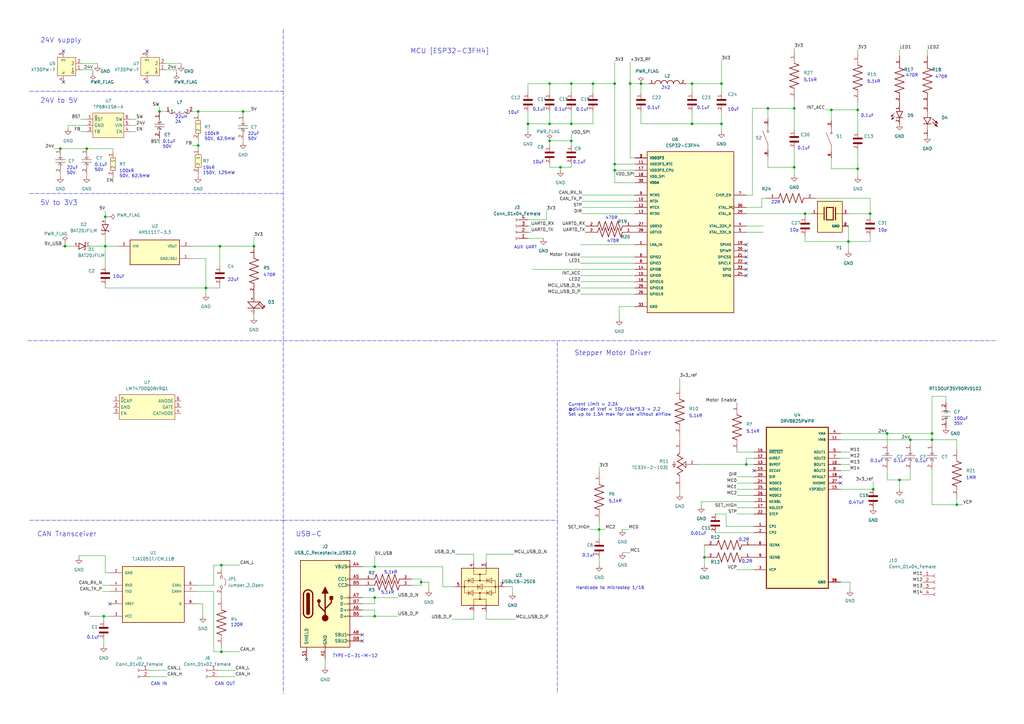
<source format=kicad_sch>
(kicad_sch (version 20211123) (generator eeschema)
  (paper "A3")
  (junction (at 330.2 87.63))
  (junction (at 225.425 34.29))
  (junction (at 340.995 45.085))
  (junction (at 245.745 217.17))
  (junction (at 172.72 238.76))
  (junction (at 368.935 196.85))
  (junction (at 283.845 34.29))
  (junction (at 153.67 245.11))
  (junction (at 234.315 57.785))
  (junction (at 43.18 88.9))
  (junction (at 26.67 100.965))
  (junction (at 229.87 68.58))
  (junction (at 99.695 45.72))
  (junction (at 90.805 231.775))
  (junction (at 288.925 228.6))
  (junction (at 42.545 252.73))
  (junction (at 225.425 50.8))
  (junction (at 153.67 232.41))
  (junction (at 295.91 34.29))
  (junction (at 325.755 44.45))
  (junction (at 356.87 87.63))
  (junction (at 24.765 60.96))
  (junction (at 252.095 34.29))
  (junction (at 35.56 60.96))
  (junction (at 104.14 100.965))
  (junction (at 347.98 99.06))
  (junction (at 351.79 69.215))
  (junction (at 258.445 34.29))
  (junction (at -14.605 53.34))
  (junction (at 65.405 45.72))
  (junction (at 314.96 44.45))
  (junction (at 252.095 67.31))
  (junction (at 373.38 180.34))
  (junction (at 243.205 34.29))
  (junction (at 252.095 69.85))
  (junction (at -17.78 62.865))
  (junction (at -15.24 24.765))
  (junction (at 225.425 57.785))
  (junction (at 351.79 45.085))
  (junction (at 283.845 50.8))
  (junction (at 216.535 50.8))
  (junction (at 81.28 45.72))
  (junction (at 153.67 252.73))
  (junction (at 382.27 177.8))
  (junction (at 262.89 34.29))
  (junction (at 234.315 34.29))
  (junction (at 81.28 59.69))
  (junction (at 90.17 100.965))
  (junction (at 234.315 50.8))
  (junction (at 43.18 100.965))
  (junction (at 306.07 190.5))
  (junction (at 358.14 200.66))
  (junction (at 295.91 50.8))
  (junction (at 363.855 177.8))
  (junction (at 392.43 207.01))
  (junction (at -12.065 34.29))
  (junction (at 90.805 267.335))
  (junction (at 325.755 68.58))
  (junction (at 84.455 118.11))
  (junction (at 382.27 180.34))
  (no_connect (at 344.805 195.58))
  (no_connect (at 26.035 33.655))
  (no_connect (at 344.805 198.12))
  (no_connect (at 125.73 270.51))
  (no_connect (at 45.085 247.65))
  (no_connect (at 309.245 193.04))
  (no_connect (at 306.07 113.03))
  (no_connect (at 306.07 110.49))
  (no_connect (at 306.07 107.95))
  (no_connect (at 306.07 105.41))
  (no_connect (at 306.07 100.33))
  (no_connect (at 306.07 102.87))
  (no_connect (at 60.325 20.955))
  (no_connect (at 26.035 20.955))
  (no_connect (at 60.325 33.655))
  (no_connect (at 148.59 262.89))
  (no_connect (at 148.59 260.35))
  (wire (pts (xy 288.925 228.6) (xy 288.925 231.775)))
  (polyline (pts (xy 12.065 79.375) (xy 116.205 79.375)))
  (wire (pts (xy 257.81 217.17) (xy 255.27 217.17)))
  (wire (pts (xy 22.225 60.96) (xy 24.765 60.96)))
  (wire (pts (xy 48.26 100.965) (xy 43.18 100.965)))
  (wire (pts (xy 351.79 20.32) (xy 351.79 21.59)))
  (wire (pts (xy 356.87 88.9) (xy 356.87 87.63)))
  (wire (pts (xy 297.815 210.82) (xy 297.815 215.9)))
  (wire (pts (xy 351.79 41.91) (xy 351.79 45.085)))
  (wire (pts (xy 194.31 254) (xy 185.42 254)))
  (wire (pts (xy 148.59 252.73) (xy 153.67 252.73)))
  (wire (pts (xy 295.91 50.8) (xy 295.91 53.975)))
  (wire (pts (xy 216.535 97.79) (xy 222.885 97.79)))
  (wire (pts (xy 238.76 87.63) (xy 260.35 87.63)))
  (wire (pts (xy 133.35 270.51) (xy 133.35 273.685)))
  (wire (pts (xy 238.125 120.65) (xy 260.35 120.65)))
  (wire (pts (xy 314.96 64.135) (xy 314.96 68.58)))
  (wire (pts (xy 314.96 44.45) (xy 325.755 44.45)))
  (wire (pts (xy 252.095 69.85) (xy 252.095 74.93)))
  (wire (pts (xy 42.545 264.795) (xy 42.545 262.255)))
  (wire (pts (xy 234.315 45.72) (xy 234.315 50.8)))
  (wire (pts (xy 387.985 162.56) (xy 387.985 165.1)))
  (wire (pts (xy 245.745 191.77) (xy 245.745 193.675)))
  (wire (pts (xy 392.43 207.01) (xy 394.97 207.01)))
  (polyline (pts (xy 11.43 139.7) (xy 115.57 139.7)))
  (wire (pts (xy 245.745 213.995) (xy 245.745 217.17)))
  (wire (pts (xy 43.18 86.36) (xy 43.18 88.9)))
  (wire (pts (xy 302.26 195.58) (xy 309.245 195.58)))
  (wire (pts (xy 65.405 59.055) (xy 65.405 56.515)))
  (wire (pts (xy 278.765 179.07) (xy 278.765 180.34)))
  (wire (pts (xy 216.535 45.72) (xy 216.535 50.8)))
  (wire (pts (xy 312.42 81.28) (xy 314.325 81.28)))
  (wire (pts (xy 24.765 72.39) (xy 24.765 71.12)))
  (wire (pts (xy 46.355 60.96) (xy 35.56 60.96)))
  (wire (pts (xy 55.88 53.975) (xy 53.34 53.975)))
  (wire (pts (xy 26.67 99.695) (xy 26.67 100.965)))
  (wire (pts (xy 87.63 231.775) (xy 90.805 231.775)))
  (wire (pts (xy 283.845 38.1) (xy 283.845 34.29)))
  (wire (pts (xy 99.695 46.99) (xy 99.695 45.72)))
  (wire (pts (xy -20.955 53.34) (xy -14.605 53.34)))
  (wire (pts (xy 87.63 267.335) (xy 90.805 267.335)))
  (wire (pts (xy 241.935 217.17) (xy 245.745 217.17)))
  (wire (pts (xy 248.285 217.17) (xy 245.745 217.17)))
  (wire (pts (xy 68.58 45.72) (xy 65.405 45.72)))
  (wire (pts (xy 392.43 204.47) (xy 392.43 207.01)))
  (wire (pts (xy 314.96 68.58) (xy 325.755 68.58)))
  (wire (pts (xy 258.445 34.29) (xy 262.89 34.29)))
  (wire (pts (xy 238.125 100.33) (xy 260.35 100.33)))
  (wire (pts (xy 45.085 234.95) (xy 43.18 234.95)))
  (wire (pts (xy 344.805 180.34) (xy 373.38 180.34)))
  (wire (pts (xy 87.63 240.03) (xy 87.63 231.775)))
  (wire (pts (xy 351.79 69.215) (xy 351.79 61.595)))
  (wire (pts (xy 67.945 28.575) (xy 72.39 28.575)))
  (wire (pts (xy 286.385 190.5) (xy 306.07 190.5)))
  (wire (pts (xy 344.805 200.66) (xy 358.14 200.66)))
  (polyline (pts (xy 12.065 37.465) (xy 116.205 37.465)))
  (wire (pts (xy 99.695 58.42) (xy 99.695 57.15)))
  (wire (pts (xy 356.87 87.63) (xy 356.87 81.28)))
  (wire (pts (xy 238.125 118.11) (xy 260.35 118.11)))
  (wire (pts (xy -17.78 55.88) (xy -17.78 62.865)))
  (wire (pts (xy 245.745 228.6) (xy 245.745 231.775)))
  (wire (pts (xy -8.255 27.305) (xy -12.065 27.305)))
  (wire (pts (xy 234.315 67.31) (xy 234.315 68.58)))
  (wire (pts (xy 368.935 22.86) (xy 368.935 20.32)))
  (wire (pts (xy 258.445 25.4) (xy 258.445 34.29)))
  (wire (pts (xy 363.855 192.405) (xy 363.855 196.85)))
  (wire (pts (xy 283.845 34.29) (xy 295.91 34.29)))
  (wire (pts (xy 308.61 44.45) (xy 314.96 44.45)))
  (wire (pts (xy 373.38 196.85) (xy 373.38 192.405)))
  (wire (pts (xy 297.815 215.9) (xy 309.245 215.9)))
  (wire (pts (xy 44.45 88.9) (xy 43.18 88.9)))
  (wire (pts (xy 225.425 45.72) (xy 225.425 50.8)))
  (wire (pts (xy 42.545 252.73) (xy 36.83 252.73)))
  (wire (pts (xy 238.125 115.57) (xy 260.35 115.57)))
  (wire (pts (xy 61.595 277.495) (xy 68.58 277.495)))
  (wire (pts (xy 234.315 50.8) (xy 243.205 50.8)))
  (wire (pts (xy 43.18 88.9) (xy 43.18 90.805)))
  (wire (pts (xy 344.805 187.96) (xy 348.615 187.96)))
  (wire (pts (xy 260.35 64.77) (xy 258.445 64.77)))
  (wire (pts (xy 348.615 238.76) (xy 348.615 241.935)))
  (wire (pts (xy 229.87 68.58) (xy 229.87 69.85)))
  (wire (pts (xy 283.845 50.8) (xy 295.91 50.8)))
  (wire (pts (xy 330.2 88.9) (xy 330.2 87.63)))
  (wire (pts (xy 252.095 67.31) (xy 252.095 69.85)))
  (wire (pts (xy 243.205 34.29) (xy 252.095 34.29)))
  (wire (pts (xy 172.72 240.03) (xy 168.91 240.03)))
  (wire (pts (xy 74.295 26.67) (xy 74.295 26.035)))
  (wire (pts (xy 225.425 57.785) (xy 225.425 59.69)))
  (wire (pts (xy 243.205 50.8) (xy 243.205 45.72)))
  (wire (pts (xy 306.07 95.25) (xy 313.055 95.25)))
  (wire (pts (xy 266.065 34.29) (xy 262.89 34.29)))
  (wire (pts (xy 340.995 69.215) (xy 351.79 69.215)))
  (wire (pts (xy 347.98 92.71) (xy 347.98 99.06)))
  (wire (pts (xy 363.855 177.8) (xy 382.27 177.8)))
  (wire (pts (xy -34.925 24.765) (xy -15.24 24.765)))
  (wire (pts (xy 216.535 34.29) (xy 225.425 34.29)))
  (wire (pts (xy 363.855 196.85) (xy 368.935 196.85)))
  (wire (pts (xy 340.995 45.085) (xy 351.79 45.085)))
  (wire (pts (xy 98.425 231.775) (xy 90.805 231.775)))
  (wire (pts (xy 32.385 227.965) (xy 32.385 228.6)))
  (wire (pts (xy 283.845 45.72) (xy 283.845 50.8)))
  (wire (pts (xy 216.535 50.8) (xy 216.535 53.975)))
  (wire (pts (xy 207.01 240.665) (xy 210.185 240.665)))
  (wire (pts (xy 278.765 200.66) (xy 278.765 202.565)))
  (wire (pts (xy 78.74 106.045) (xy 84.455 106.045)))
  (wire (pts (xy 351.79 72.39) (xy 351.79 69.215)))
  (wire (pts (xy 172.72 237.49) (xy 172.72 238.76)))
  (wire (pts (xy 234.315 38.1) (xy 234.315 34.29)))
  (wire (pts (xy 43.18 118.11) (xy 84.455 118.11)))
  (wire (pts (xy 194.31 227.33) (xy 186.69 227.33)))
  (wire (pts (xy 43.18 227.965) (xy 32.385 227.965)))
  (wire (pts (xy 302.26 198.12) (xy 309.245 198.12)))
  (wire (pts (xy 234.315 34.29) (xy 243.205 34.29)))
  (wire (pts (xy 344.805 185.42) (xy 348.615 185.42)))
  (wire (pts (xy 216.535 90.17) (xy 224.155 90.17)))
  (wire (pts (xy 90.805 233.68) (xy 90.805 231.775)))
  (wire (pts (xy 340.995 45.085) (xy 340.995 49.53)))
  (wire (pts (xy 373.38 180.34) (xy 382.27 180.34)))
  (wire (pts (xy 104.14 97.155) (xy 104.14 100.965)))
  (wire (pts (xy 368.935 196.85) (xy 368.935 200.66)))
  (polyline (pts (xy 228.6 140.335) (xy 228.6 284.48)))
  (wire (pts (xy 260.35 67.31) (xy 252.095 67.31)))
  (wire (pts (xy 325.755 41.275) (xy 325.755 44.45)))
  (wire (pts (xy 27.94 51.435) (xy 35.56 51.435)))
  (wire (pts (xy -12.065 34.29) (xy -12.065 36.195)))
  (wire (pts (xy 225.425 38.1) (xy 225.425 34.29)))
  (wire (pts (xy 325.755 68.58) (xy 325.755 60.96)))
  (wire (pts (xy 302.26 208.28) (xy 309.245 208.28)))
  (wire (pts (xy -14.605 61.595) (xy -14.605 62.865)))
  (wire (pts (xy 35.56 48.895) (xy 33.02 48.895)))
  (wire (pts (xy 260.35 125.73) (xy 254 125.73)))
  (wire (pts (xy 245.745 220.98) (xy 245.745 217.17)))
  (polyline (pts (xy 116.205 12.065) (xy 116.205 284.48)))
  (wire (pts (xy 153.67 245.11) (xy 163.195 245.11)))
  (polyline (pts (xy 116.205 213.36) (xy 228.6 213.36)))
  (wire (pts (xy 78.74 100.965) (xy 90.17 100.965)))
  (wire (pts (xy 382.27 207.01) (xy 382.27 192.405)))
  (wire (pts (xy 243.205 38.1) (xy 243.205 34.29)))
  (wire (pts (xy 148.59 247.65) (xy 153.67 247.65)))
  (wire (pts (xy 153.67 252.73) (xy 163.195 252.73)))
  (wire (pts (xy 46.355 74.93) (xy 46.355 72.39)))
  (wire (pts (xy 392.43 180.34) (xy 382.27 180.34)))
  (wire (pts (xy 218.44 110.49) (xy 260.35 110.49)))
  (wire (pts (xy 35.56 72.39) (xy 35.56 71.12)))
  (wire (pts (xy 340.995 64.77) (xy 340.995 69.215)))
  (wire (pts (xy 80.645 240.03) (xy 87.63 240.03)))
  (wire (pts (xy 84.455 118.11) (xy 84.455 120.65)))
  (wire (pts (xy 104.14 130.175) (xy 104.14 128.905)))
  (wire (pts (xy 238.125 113.03) (xy 260.35 113.03)))
  (wire (pts (xy 225.425 50.8) (xy 234.315 50.8)))
  (wire (pts (xy 368.935 196.85) (xy 373.38 196.85)))
  (wire (pts (xy 172.72 238.76) (xy 175.895 238.76)))
  (wire (pts (xy 347.98 87.63) (xy 356.87 87.63)))
  (wire (pts (xy 382.27 182.245) (xy 382.27 180.34)))
  (wire (pts (xy -14.605 53.34) (xy -6.35 53.34)))
  (wire (pts (xy 293.37 210.82) (xy 297.815 210.82)))
  (wire (pts (xy 90.17 100.965) (xy 104.14 100.965)))
  (wire (pts (xy 309.245 205.74) (xy 287.655 205.74)))
  (wire (pts (xy -12.065 27.305) (xy -12.065 34.29)))
  (wire (pts (xy 78.74 45.72) (xy 81.28 45.72)))
  (wire (pts (xy -17.78 62.865) (xy -17.78 64.77)))
  (wire (pts (xy 148.59 250.19) (xy 153.67 250.19)))
  (wire (pts (xy 288.925 223.52) (xy 288.925 228.6)))
  (wire (pts (xy 229.87 68.58) (xy 225.425 68.58)))
  (wire (pts (xy 392.43 184.15) (xy 392.43 180.34)))
  (wire (pts (xy 344.805 177.8) (xy 363.855 177.8)))
  (wire (pts (xy 295.91 24.765) (xy 295.91 34.29)))
  (wire (pts (xy 260.35 69.85) (xy 252.095 69.85)))
  (wire (pts (xy 234.315 68.58) (xy 229.87 68.58)))
  (wire (pts (xy 252.095 34.29) (xy 252.095 67.31)))
  (wire (pts (xy 153.67 227.965) (xy 153.67 232.41)))
  (wire (pts (xy -15.24 25.4) (xy -15.24 24.765)))
  (wire (pts (xy 25.4 100.965) (xy 26.67 100.965)))
  (wire (pts (xy 89.535 277.495) (xy 96.52 277.495)))
  (wire (pts (xy 363.855 182.245) (xy 363.855 177.8)))
  (wire (pts (xy 351.79 45.085) (xy 351.79 53.975)))
  (wire (pts (xy 199.39 250.825) (xy 199.39 254)))
  (wire (pts (xy 238.76 80.01) (xy 260.35 80.01)))
  (wire (pts (xy 153.67 250.19) (xy 153.67 252.73)))
  (wire (pts (xy 98.425 267.335) (xy 90.805 267.335)))
  (wire (pts (xy 90.17 118.11) (xy 84.455 118.11)))
  (wire (pts (xy 43.18 100.965) (xy 36.195 100.965)))
  (wire (pts (xy 258.445 226.695) (xy 255.27 226.695)))
  (wire (pts (xy 41.91 240.03) (xy 45.085 240.03)))
  (wire (pts (xy -20.955 55.88) (xy -17.78 55.88)))
  (wire (pts (xy 83.185 247.65) (xy 83.185 252.73)))
  (wire (pts (xy 238.76 85.09) (xy 260.35 85.09)))
  (wire (pts (xy 302.26 185.42) (xy 309.245 185.42)))
  (wire (pts (xy 41.91 242.57) (xy 45.085 242.57)))
  (wire (pts (xy 287.655 205.74) (xy 287.655 207.645)))
  (wire (pts (xy 55.88 48.895) (xy 53.34 48.895)))
  (wire (pts (xy 67.945 26.035) (xy 74.295 26.035)))
  (wire (pts (xy 382.27 177.8) (xy 382.27 180.34)))
  (wire (pts (xy 43.18 109.22) (xy 43.18 100.965)))
  (wire (pts (xy 43.18 116.84) (xy 43.18 118.11)))
  (wire (pts (xy -14.605 53.975) (xy -14.605 53.34)))
  (wire (pts (xy 40.005 26.67) (xy 40.005 26.035)))
  (wire (pts (xy 356.87 96.52) (xy 356.87 99.06)))
  (wire (pts (xy 308.61 44.45) (xy 308.61 80.01)))
  (wire (pts (xy 356.87 99.06) (xy 347.98 99.06)))
  (wire (pts (xy 252.095 25.4) (xy 252.095 34.29)))
  (wire (pts (xy 306.07 187.96) (xy 306.07 190.5)))
  (wire (pts (xy 347.98 99.06) (xy 347.98 102.87)))
  (wire (pts (xy 27.94 52.705) (xy 27.94 51.435)))
  (wire (pts (xy 194.31 230.505) (xy 194.31 227.33)))
  (wire (pts (xy 344.805 238.76) (xy 348.615 238.76)))
  (wire (pts (xy 33.655 26.035) (xy 40.005 26.035)))
  (wire (pts (xy 258.445 34.29) (xy 258.445 64.77)))
  (wire (pts (xy 65.405 45.72) (xy 65.405 43.815)))
  (wire (pts (xy 216.535 50.8) (xy 225.425 50.8)))
  (wire (pts (xy 238.125 107.95) (xy 260.35 107.95)))
  (wire (pts (xy 61.595 274.955) (xy 68.58 274.955)))
  (wire (pts (xy 234.315 55.245) (xy 234.315 57.785)))
  (wire (pts (xy 216.535 95.25) (xy 217.805 95.25)))
  (wire (pts (xy 225.425 34.29) (xy 234.315 34.29)))
  (wire (pts (xy 278.765 154.94) (xy 278.765 158.75)))
  (wire (pts (xy 225.425 68.58) (xy 225.425 67.31)))
  (wire (pts (xy 38.1 29.845) (xy 38.1 28.575)))
  (wire (pts (xy 338.455 45.085) (xy 340.995 45.085)))
  (wire (pts (xy 234.315 59.69) (xy 234.315 57.785)))
  (wire (pts (xy 302.26 200.66) (xy 309.245 200.66)))
  (wire (pts (xy 153.67 247.65) (xy 153.67 245.11)))
  (wire (pts (xy 347.98 99.06) (xy 330.2 99.06)))
  (wire (pts (xy 80.645 242.57) (xy 87.63 242.57)))
  (wire (pts (xy 334.645 81.28) (xy 356.87 81.28)))
  (wire (pts (xy 358.14 197.485) (xy 358.14 200.66)))
  (wire (pts (xy 24.765 60.96) (xy 35.56 60.96)))
  (wire (pts (xy 199.39 227.33) (xy 210.82 227.33)))
  (wire (pts (xy 181.61 240.665) (xy 181.61 232.41)))
  (wire (pts (xy 33.655 28.575) (xy 38.1 28.575)))
  (wire (pts (xy 87.63 242.57) (xy 87.63 267.335)))
  (wire (pts (xy 148.59 245.11) (xy 153.67 245.11)))
  (wire (pts (xy 199.39 230.505) (xy 199.39 227.33)))
  (wire (pts (xy 81.28 60.96) (xy 81.28 59.69)))
  (wire (pts (xy 224.155 86.36) (xy 224.155 90.17)))
  (wire (pts (xy 330.2 99.06) (xy 330.2 96.52)))
  (wire (pts (xy 309.245 190.5) (xy 306.07 190.5)))
  (wire (pts (xy -34.925 22.225) (xy -34.925 24.765)))
  (wire (pts (xy 382.27 207.01) (xy 392.43 207.01)))
  (wire (pts (xy 325.755 71.755) (xy 325.755 68.58)))
  (wire (pts (xy 80.645 247.65) (xy 83.185 247.65)))
  (polyline (pts (xy 116.205 139.7) (xy 408.305 139.7)))
  (wire (pts (xy 35.56 53.975) (xy 33.02 53.975)))
  (wire (pts (xy 262.89 50.8) (xy 283.845 50.8)))
  (wire (pts (xy 382.27 162.56) (xy 382.27 177.8)))
  (wire (pts (xy 216.535 38.1) (xy 216.535 34.29)))
  (wire (pts (xy 90.805 243.84) (xy 90.805 245.11)))
  (wire (pts (xy 42.545 254.635) (xy 42.545 252.73)))
  (wire (pts (xy 181.61 232.41) (xy 153.67 232.41)))
  (wire (pts (xy 84.455 106.045) (xy 84.455 118.11)))
  (wire (pts (xy 295.91 50.8) (xy 295.91 45.72)))
  (wire (pts (xy 99.695 45.72) (xy 102.87 45.72)))
  (wire (pts (xy 90.805 265.43) (xy 90.805 267.335)))
  (wire (pts (xy 175.895 238.76) (xy 175.895 241.935)))
  (wire (pts (xy 81.28 46.99) (xy 81.28 45.72)))
  (wire (pts (xy 89.535 274.955) (xy 96.52 274.955)))
  (wire (pts (xy 312.42 85.09) (xy 312.42 81.28)))
  (wire (pts (xy 325.755 19.685) (xy 325.755 20.955)))
  (wire (pts (xy 330.2 87.63) (xy 332.74 87.63)))
  (wire (pts (xy 325.755 44.45) (xy 325.755 53.34)))
  (wire (pts (xy 43.18 95.885) (xy 43.18 100.965)))
  (wire (pts (xy 90.17 116.84) (xy 90.17 118.11)))
  (wire (pts (xy 81.28 59.69) (xy 81.28 57.15)))
  (wire (pts (xy 199.39 254) (xy 211.455 254)))
  (wire (pts (xy -15.24 24.765) (xy -8.255 24.765)))
  (wire (pts (xy 306.07 80.01) (xy 308.61 80.01)))
  (wire (pts (xy 302.26 210.82) (xy 309.245 210.82)))
  (wire (pts (xy 262.89 38.1) (xy 262.89 34.29)))
  (wire (pts (xy 148.59 232.41) (xy 153.67 232.41)))
  (wire (pts (xy 181.61 240.665) (xy 186.69 240.665)))
  (wire (pts (xy 26.67 100.965) (xy 31.115 100.965)))
  (wire (pts (xy 309.245 218.44) (xy 293.37 218.44)))
  (wire (pts (xy 306.07 87.63) (xy 330.2 87.63)))
  (wire (pts (xy 254 125.73) (xy 254 130.81)))
  (wire (pts (xy 194.31 250.825) (xy 194.31 254)))
  (wire (pts (xy 45.085 252.73) (xy 42.545 252.73)))
  (wire (pts (xy 55.88 51.435) (xy 53.34 51.435)))
  (wire (pts (xy 302.26 233.68) (xy 309.245 233.68)))
  (polyline (pts (xy 12.065 213.36) (xy 116.205 213.36)))
  (wire (pts (xy 260.35 74.93) (xy 252.095 74.93)))
  (wire (pts (xy -15.24 33.02) (xy -15.24 34.29)))
  (wire (pts (xy 81.28 72.39) (xy 81.28 71.12)))
  (wire (pts (xy 373.38 182.245) (xy 373.38 180.34)))
  (wire (pts (xy 344.805 190.5) (xy 348.615 190.5)))
  (wire (pts (xy 43.18 234.95) (xy 43.18 227.965)))
  (wire (pts (xy 306.07 85.09) (xy 312.42 85.09)))
  (wire (pts (xy 72.39 29.845) (xy 72.39 28.575)))
  (wire (pts (xy 81.28 59.69) (xy 78.74 59.69)))
  (wire (pts (xy 225.425 57.785) (xy 234.315 57.785)))
  (wire (pts (xy 295.91 34.29) (xy 295.91 38.1)))
  (wire (pts (xy 238.76 82.55) (xy 260.35 82.55)))
  (wire (pts (xy 309.245 187.96) (xy 306.07 187.96)))
  (wire (pts (xy -15.24 34.29) (xy -12.065 34.29)))
  (wire (pts (xy 238.125 105.41) (xy 260.35 105.41)))
  (wire (pts (xy 314.96 44.45) (xy 314.96 48.895)))
  (wire (pts (xy 387.985 162.56) (xy 382.27 162.56)))
  (wire (pts (xy 46.355 62.23) (xy 46.355 60.96)))
  (wire (pts (xy -14.605 62.865) (xy -17.78 62.865)))
  (wire (pts (xy 302.26 203.2) (xy 309.245 203.2)))
  (wire (pts (xy 344.805 193.04) (xy 348.615 193.04)))
  (wire (pts (xy 216.535 92.71) (xy 217.805 92.71)))
  (wire (pts (xy 90.17 100.965) (xy 90.17 109.22)))
  (wire (pts (xy 168.91 237.49) (xy 172.72 237.49)))
  (wire (pts (xy 65.405 46.355) (xy 65.405 45.72)))
  (wire (pts (xy 380.365 22.86) (xy 380.365 20.32)))
  (wire (pts (xy 281.305 34.29) (xy 283.845 34.29)))
  (wire (pts (xy 172.72 238.76) (xy 172.72 240.03)))
  (wire (pts (xy 210.185 240.665) (xy 210.185 243.205)))
  (wire (pts (xy 81.28 45.72) (xy 99.695 45.72)))
  (wire (pts (xy 306.07 92.71) (xy 313.055 92.71)))
  (wire (pts (xy 262.89 45.72) (xy 262.89 50.8)))
  (text "5.1kR" (at 306.07 177.8 0) (effects (font (size 1.27 1.27)) (justify left bottom)))
  (text "19kR\n150V, 125mW" (at 83.185 71.755 0) (effects (font (size 1.27 1.27)) (justify left bottom)))
  (text "10p" (at 327.66 95.25 180) (effects (font (size 1.27 1.27)) (justify right bottom)))
  (text "470R" (at 383.54 32.385 0) (effects (font (size 1.27 1.27)) (justify left bottom)))
  (text "0.1uF\n50V" (at 38.735 70.485 0) (effects (font (size 1.27 1.27)) (justify left bottom)))
  (text "10uF" (at 46.355 114.3 0) (effects (font (size 1.27 1.27)) (justify left bottom)))
  (text "0.1uF" (at 353.06 48.26 0) (effects (font (size 1.27 1.27)) (justify left bottom)))
  (text "0.1uF" (at 238.76 228.6 0) (effects (font (size 1.27 1.27)) (justify left bottom)))
  (text "Current Limit = 2.2A\n@divider of Vref = 10k/15k*3.3 = 2.2\nSet up to 1.5A max for use without airflow" (at 233.045 170.815 0) (effects (font (size 1.27 1.27)) (justify left bottom)))
  (text "22uF" (at 93.345 115.5701 0) (effects (font (size 1.27 1.27)) (justify left bottom)))
  (text "5V to 3V3" (at 16.51 84.455 0) (effects (font (size 2 2)) (justify left bottom)))
  (text "AUX UART" (at 210.82 102.235 0) (effects (font (size 1.27 1.27)) (justify left bottom)))
  (text "470R" (at 107.95 113.665 0) (effects (font (size 1.27 1.27)) (justify left bottom)))
  (text "0.2R" (at 304.165 231.14 0) (effects (font (size 1.27 1.27)) (justify left bottom)))
  (text "5.1kR" (at 157.48 235.585 0) (effects (font (size 1.27 1.27)) (justify left bottom)))
  (text "0.1uF\n50V" (at 66.675 60.96 0) (effects (font (size 1.27 1.27)) (justify left bottom)))
  (text "0.2R" (at 302.895 222.25 0) (effects (font (size 1.27 1.27)) (justify left bottom)))
  (text "0.1uF" (at 35.56 262.255 0) (effects (font (size 1.27 1.27)) (justify left bottom)))
  (text "CAN OUT" (at 96.52 281.305 180) (effects (font (size 1.27 1.27)) (justify right bottom)))
  (text "22uF\n50V" (at 101.6 57.785 0) (effects (font (size 1.27 1.27)) (justify left bottom)))
  (text "0.1uF" (at 236.22 45.72 0) (effects (font (size 1.27 1.27)) (justify left bottom)))
  (text "10uF" (at 218.44 67.31 0) (effects (font (size 1.27 1.27)) (justify left bottom)))
  (text "USB-C" (at 121.285 220.345 0) (effects (font (size 2 2)) (justify left bottom)))
  (text "0.1uF" (at 327.025 61.595 0) (effects (font (size 1.27 1.27)) (justify left bottom)))
  (text "2n2" (at 274.955 36.83 180) (effects (font (size 1.27 1.27)) (justify right bottom)))
  (text "0.1uF" (at 218.44 45.72 0) (effects (font (size 1.27 1.27)) (justify left bottom)))
  (text "5.1kR" (at 156.21 243.84 0) (effects (font (size 1.27 1.27)) (justify left bottom)))
  (text "22uH\n2A" (at 71.755 50.8 0) (effects (font (size 1.27 1.27)) (justify left bottom)))
  (text "22uF\n50V" (at 27.305 71.755 0) (effects (font (size 1.27 1.27)) (justify left bottom)))
  (text "Hardcode to microstep 1/16" (at 236.22 241.935 0) (effects (font (size 1.27 1.27)) (justify left bottom)))
  (text "1MR" (at 396.24 196.85 0) (effects (font (size 1.27 1.27)) (justify left bottom)))
  (text "0.1uF" (at 265.43 45.085 0) (effects (font (size 1.27 1.27)) (justify left bottom)))
  (text "5.1kR" (at 282.575 171.45 0) (effects (font (size 1.27 1.27)) (justify left bottom)))
  (text "5.1kR" (at 355.6 34.29 0) (effects (font (size 1.27 1.27)) (justify left bottom)))
  (text "470R" (at 248.92 99.695 0) (effects (font (size 1.27 1.27)) (justify left bottom)))
  (text "24V to 5V" (at 16.51 42.545 0) (effects (font (size 2 2)) (justify left bottom)))
  (text "0.1uF" (at 356.87 189.865 0) (effects (font (size 1.27 1.27)) (justify left bottom)))
  (text "470R" (at 371.475 31.75 0) (effects (font (size 1.27 1.27)) (justify left bottom)))
  (text "TYPE-C-31-M-12" (at 154.94 269.875 180) (effects (font (size 1.27 1.27)) (justify right bottom)))
  (text "24V supply" (at 16.51 17.78 0) (effects (font (size 2 2)) (justify left bottom)))
  (text "0.1uF" (at 227.33 45.72 0) (effects (font (size 1.27 1.27)) (justify left bottom)))
  (text "CAN IN" (at 68.58 281.305 180) (effects (font (size 1.27 1.27)) (justify right bottom)))
  (text "CAN Transceiver" (at 15.24 220.345 0) (effects (font (size 2 2)) (justify left bottom)))
  (text "MCU [ESP32-C3FH4]" (at 168.275 22.225 0) (effects (font (size 2 2)) (justify left bottom)))
  (text "100kR\n50V, 62.5mW" (at 48.895 73.025 0) (effects (font (size 1.27 1.27)) (justify left bottom)))
  (text "100kR\n50V, 62.5mW" (at 83.82 57.785 0) (effects (font (size 1.27 1.27)) (justify left bottom)))
  (text "0.1uF" (at 234.95 67.31 0) (effects (font (size 1.27 1.27)) (justify left bottom)))
  (text "0.33uF" (at -11.43 62.23 0) (effects (font (size 1.27 1.27)) (justify left bottom)))
  (text "0.1uF" (at 375.285 189.865 0) (effects (font (size 1.27 1.27)) (justify left bottom)))
  (text "5.1kR" (at 249.555 206.375 0) (effects (font (size 1.27 1.27)) (justify left bottom)))
  (text "10uF" (at 298.45 45.72 0) (effects (font (size 1.27 1.27)) (justify left bottom)))
  (text "0.1uF" (at 285.75 45.085 0) (effects (font (size 1.27 1.27)) (justify left bottom)))
  (text "22R" (at 316.23 83.82 0) (effects (font (size 1.27 1.27)) (justify left bottom)))
  (text "470R" (at 248.285 90.17 0) (effects (font (size 1.27 1.27)) (justify left bottom)))
  (text "10uF" (at 208.28 46.99 0) (effects (font (size 1.27 1.27)) (justify left bottom)))
  (text "100uF\n35V" (at 391.16 174.625 0) (effects (font (size 1.27 1.27)) (justify left bottom)))
  (text "0.1uF" (at -23.495 31.75 0) (effects (font (size 1.27 1.27)) (justify left bottom)))
  (text "Stepper Motor Driver" (at 235.585 146.05 0) (effects (font (size 2 2)) (justify left bottom)))
  (text "120R" (at 99.695 257.175 180) (effects (font (size 1.27 1.27)) (justify right bottom)))
  (text "5.1kR" (at 329.565 33.655 0) (effects (font (size 1.27 1.27)) (justify left bottom)))
  (text "0.47uF" (at 347.98 207.01 0) (effects (font (size 1.27 1.27)) (justify left bottom)))
  (text "10p" (at 363.855 95.25 180) (effects (font (size 1.27 1.27)) (justify right bottom)))
  (text "0.1uF" (at 366.395 189.865 0) (effects (font (size 1.27 1.27)) (justify left bottom)))
  (text "0.01uF" (at 283.21 219.71 0) (effects (font (size 1.27 1.27)) (justify left bottom)))
  (label "Motor Enable" (at 238.125 105.41 180))
  (label "3v3_ref" (at 358.14 197.485 180))
  (label "CAN_RX_N" (at 41.91 240.03 180))
  (label "+3V3_RF" (at 258.445 25.4 0))
  (label "STP" (at 302.26 210.82 180))
  (label "CAN_H" (at 68.58 277.495 0))
  (label "LED1" (at 238.125 107.95 180))
  (label "MC0" (at 257.81 217.17 0))
  (label "M12" (at 348.615 187.96 0))
  (label "FB" (at 33.02 53.975 180))
  (label "MC0" (at 302.26 198.12 180))
  (label "USB_D_N" (at 163.195 245.11 0))
  (label "M13" (at 378.46 241.3 180))
  (label "USB_D_P" (at 185.42 254 180))
  (label "BST" (at 33.02 48.895 180))
  (label "UART0_TX" (at 217.805 95.25 0))
  (label "BST" (at 65.405 59.055 180))
  (label "VDD_SPI" (at 234.315 55.245 0))
  (label "UART0_RX" (at 240.03 92.71 180))
  (label "MC1" (at 302.26 200.66 180))
  (label "SET_HIGH" (at 302.26 208.28 180))
  (label "LED2" (at 380.365 20.32 0))
  (label "5V_CAN" (at -34.925 22.225 0))
  (label "MCU_USB_D_N" (at 238.125 118.11 180))
  (label "3V3" (at 224.155 86.36 0))
  (label "EN" (at 55.88 53.975 0))
  (label "VDD_SPI" (at 260.35 72.39 180))
  (label "3V3" (at 325.755 19.685 0))
  (label "M12" (at 378.46 238.76 180))
  (label "CAN_L" (at 96.52 274.955 0))
  (label "MC2" (at 248.285 217.17 0))
  (label "LED1" (at 368.935 20.32 0))
  (label "MCU_USB_D_P" (at 238.125 120.65 180))
  (label "M14" (at 348.615 193.04 0))
  (label "12V" (at -6.35 53.34 0))
  (label "VCP" (at 302.26 233.68 180))
  (label "24V" (at 363.855 177.8 180))
  (label "LED2" (at 238.125 115.57 180))
  (label "INT_ACC" (at 238.125 113.03 180))
  (label "SET_HIGH" (at 241.935 217.17 180))
  (label "MC2" (at 302.26 203.2 180))
  (label "5V" (at 36.83 252.73 180))
  (label "VCP" (at 394.97 207.01 0))
  (label "CAN_L" (at 98.425 231.775 0))
  (label "CAN_RX_N" (at 238.76 80.01 180))
  (label "DIR" (at 302.26 195.58 180))
  (label "MCU_USB_D_N" (at 210.82 227.33 0))
  (label "UART0_RX" (at 217.805 92.71 0))
  (label "3V3" (at 245.745 191.77 0))
  (label "24V" (at 72.39 28.575 180))
  (label "CAN_TX_P" (at 238.76 82.55 180))
  (label "5V" (at 43.18 86.36 180))
  (label "M11" (at 348.615 185.42 0))
  (label "CAN_H" (at 98.425 267.335 0))
  (label "3V3" (at 351.79 20.32 0))
  (label "CAN_L" (at 68.58 274.955 0))
  (label "3V3" (at 104.14 97.155 0))
  (label "3V3" (at 252.095 25.4 0))
  (label "USB_D_P" (at 163.195 252.73 0))
  (label "CAN_TX_P" (at 41.91 242.57 180))
  (label "USB_D_N" (at 186.69 227.33 180))
  (label "FB" (at 78.74 59.69 180))
  (label "24V" (at 373.38 180.34 180))
  (label "5V" (at 102.87 45.72 0))
  (label "3v3_ref" (at 278.765 154.94 0))
  (label "Motor Enable" (at 302.26 165.1 180))
  (label "24V" (at 38.1 28.575 180))
  (label "MC1" (at 258.445 226.695 0))
  (label "24V" (at 22.225 60.96 180))
  (label "3V3" (at 295.91 24.765 0))
  (label "M13" (at 348.615 190.5 0))
  (label "M11" (at 378.46 236.22 180))
  (label "STP" (at 238.76 85.09 180))
  (label "EN" (at 46.355 74.93 180))
  (label "5V_USB" (at 153.67 227.965 0))
  (label "INT_ACC" (at 338.455 45.085 180))
  (label "5V_USB" (at 25.4 100.965 180))
  (label "MCU_USB_D_P" (at 211.455 254 0))
  (label "UART0_TX" (at 240.03 95.25 180))
  (label "24V" (at 55.88 51.435 0))
  (label "DIR" (at 238.76 87.63 180))
  (label "CAN_H" (at 96.52 277.495 0))
  (label "M14" (at 378.46 243.84 180))
  (label "SW" (at 55.88 48.895 0))
  (label "SW" (at 65.405 43.815 180))
  (symbol (lib_id "power:PWR_FLAG") (at 44.45 88.9 270) (unit 1)
    (property "Reference" "#FLG02" (effects hide))
    (property "Value" "PWR_FLAG" (at 52.705 88.265 90))
  )
  (symbol (lib_id "Inductor_22uH_2A_6x6mm_C168080:FNR6045S220MT") (at 73.66 45.72 0) (unit 1)
    (property "Reference" "L?" (at 73.66 41.91 0))
    (property "Value" "FNR6045S220MT" (effects hide))
    (property "Footprint" "Inductor_22uH_2A_6x6mm_C168080:Inductor_22uH_2A_6x6mm_C168080" (effects hide))
    (property "Datasheet" "https://lcsc.com/product-detail/Power-Inductors_Changjiang-Microelectronics-Tech-FNR6045S220MT_C168080.html" (effects hide))
    (property "LCSC Part" "C168080" (effects hide))
  )
  (symbol (lib_id "470R_ERJ3EKF4700V:ERJ3EKF4700V") (at 104.14 111.125 270) (unit 1)
    (property "Reference" "R5" (at 107.95 109.8549 90) (effects (justify left)))
    (property "Value" "ERJ3EKF4700V" (effects hide))
    (property "Footprint" "470R_ERJ3EKF4700V:RES_ERJ3EKF4700V" (effects hide))
    (property "MF" "Panasonic" (effects hide))
    (property "MAXIMUM_PACKAGE_HEIGHT" "0.45 mm" (effects hide))
    (property "Package" "1608-2 Panasonic" (effects hide))
    (property "Price" "None" (effects hide))
    (property "Check_prices" "https://www.snapeda.com/parts/ERJ3EKF4700V/Panasonic/view-part/?ref=eda" (effects hide))
    (property "STANDARD" "Manufacturer Recommendations" (effects hide))
    (property "PARTREV" "3/1/2020" (effects hide))
    (property "SnapEDA_Link" "https://www.snapeda.com/parts/ERJ3EKF4700V/Panasonic/view-part/?ref=snap" (effects hide))
    (property "MP" "ERJ3EKF4700V" (effects hide))
    (property "Description" "\n470 Ohms ±1% 0.1W, 1/10W Chip Resistor 0603 (1608 Metric) Automotive AEC-Q200 Thick Film\n" (effects hide))
    (property "Availability" "In Stock" (effects hide))
    (property "MANUFACTURER" "Panasonic" (effects hide))
    (property "LCSC Part #" "C169259" (effects hide))
  )
  (symbol (lib_id "10pF_cap_CL05C100JB5NNNC:CL05C100JB5NNNC") (at 356.87 93.98 90) (unit 1)
    (property "Reference" "C31" (at 360.045 91.4399 90) (effects (justify right)))
    (property "Value" "CL10C100JB8NNNC" (effects hide))
    (property "Footprint" "10pF_cap_CL05C100JB5NNNC:CAPC1005X55N" (effects hide))
    (property "MF" "Samsung Electro-Mechanics" (effects hide))
    (property "Description" "\n10 pF ±5% 50V Ceramic Capacitor C0G, NP0 0402 (1005 Metric)\n" (effects hide))
    (property "Package" "0402 Samsung" (effects hide))
    (property "Price" "None" (effects hide))
    (property "SnapEDA_Link" "https://www.snapeda.com/parts/CL05C100JB5NNNC/Samsung+Electro-Mechanics/view-part/?ref=snap" (effects hide))
    (property "MP" "CL05C100JB5NNNC" (effects hide))
    (property "Purchase-URL" "https://pricing.snapeda.com/search?q=CL05C100JB5NNNC&ref=eda" (effects hide))
    (property "Availability" "In Stock" (effects hide))
    (property "Check_prices" "https://www.snapeda.com/parts/CL05C100JB5NNNC/Samsung+Electro-Mechanics/view-part/?ref=eda" (effects hide))
    (property "LCSC Part #" "C1634" (effects hide))
  )
  (symbol (lib_id "Connector:USB_C_Receptacle_USB2.0") (at 133.35 247.65 0) (unit 1)
    (property "Reference" "J2" (at 133.35 224.155 0))
    (property "Value" "USB_C_Receptacle_USB2.0" (at 133.35 226.695 0))
    (property "Footprint" "Connector_USB:USB_C_Receptacle_HRO_TYPE-C-31-M-12" (effects hide))
    (property "Datasheet" "https://www.usb.org/sites/default/files/documents/usb_type-c.zip" (effects hide))
    (property "LCSC Part #" "C165948" (effects hide))
  )
  (symbol (lib_id "10uF_cap_GRM21BR61E106KA73L:GRM21BR61E106KA73L") (at 216.535 40.64 270) (unit 1)
    (property "Reference" "C12" (at 209.55 40.005 90) (effects (justify left)))
    (property "Value" "GRM21BR61E106KA73L" (effects hide))
    (property "Footprint" "10uF_cap_GRM21BR61E106KA73L:CAPC2012X140N" (effects hide))
    (property "MF" "Murata" (effects hide))
    (property "Description" "\n10 µF ±10% 25V Ceramic Capacitor X5R 0805 (2012 Metric)\n" (effects hide))
    (property "Package" "2012 Murata" (effects hide))
    (property "Price" "None" (effects hide))
    (property "SnapEDA_Link" "https://www.snapeda.com/parts/GRM21BR61E106KA73L/Murata+Electronics+North+America/view-part/?ref=snap" (effects hide))
    (property "MP" "GRM21BR61E106KA73L" (effects hide))
    (property "Purchase-URL" "https://pricing.snapeda.com/search?q=GRM21BR61E106KA73L&ref=eda" (effects hide))
    (property "Availability" "In Stock" (effects hide))
    (property "Check_prices" "https://www.snapeda.com/parts/GRM21BR61E106KA73L/Murata+Electronics+North+America/view-part/?ref=eda" (effects hide))
    (property "LCSC Part #" "C84416" (effects hide))
  )
  (symbol (lib_id "5.1kR_RC0402FR-075K1L:RC0402FR-075K1L") (at 351.79 31.75 270) (unit 1)
    (property "Reference" "R15" (at 355.6 30.4799 90) (effects (justify left)))
    (property "Value" "RC0402FR-075K1L" (effects hide))
    (property "Footprint" "5.1kR_RC0402FR-075K1L:RESC1005X40N" (effects hide))
    (property "MF" "Yageo" (effects hide))
    (property "Description" "\n5.1 kOhms ±1% 0.063W, 1/16W Chip Resistor 0402 (1005 Metric) Moisture Resistant Thick Film\n" (effects hide))
    (property "Package" "1005 Panasonic Electronic Components" (effects hide))
    (property "Price" "None" (effects hide))
    (property "SnapEDA_Link" "https://www.snapeda.com/parts/RC0402FR-075K1L/Yageo/view-part/?ref=snap" (effects hide))
    (property "MP" "RC0402FR-075K1L" (effects hide))
    (property "Purchase-URL" "https://pricing.snapeda.com/search?q=RC0402FR-075K1L&ref=eda" (effects hide))
    (property "Availability" "In Stock" (effects hide))
    (property "Check_prices" "https://www.snapeda.com/parts/RC0402FR-075K1L/Yageo/view-part/?ref=eda" (effects hide))
    (property "LCSC Part #" "C105872" (effects hide))
  )
  (symbol (lib_id "power:GND") (at 32.385 228.6 0) (unit 1)
    (property "Reference" "#PWR02" (effects hide))
    (property "Value" "GND" (at 32.385 233.68 0))
  )
  (symbol (lib_id "power:GND") (at 278.765 202.565 0) (unit 1)
    (property "Reference" "#PWR017" (effects hide))
    (property "Value" "GND" (at 278.765 207.645 0))
  )
  (symbol (lib_id "XTAL_FA-20H_40MHz:FA-20H_40.0000MF15Z-AC0") (at 340.36 87.63 0) (unit 1)
    (property "Reference" "Y1" (at 342.9 101.6 0) (effects (justify left)))
    (property "Value" "40MHz 9pF ±10ppm SMD3225-4P" (effects hide))
    (property "Footprint" "crystal_footprints:Crystal_SMD_SeikoEpson_TSX3225-4Pin_3.2x2.5mm" (effects hide))
    (property "PARTREV" "N/A" (effects hide))
    (property "STANDARD" "Manufacturer Recommendations" (effects hide))
    (property "MAXIMUM_PACKAGE_HEIGHT" "0.55 mm" (effects hide))
    (property "MANUFACTURER" "EPSON" (effects hide))
    (property "LCSC Part #" "C255943" (effects hide))
  )
  (symbol (lib_id "100nf_cap_GCM155R71C104KA55J:GCM155R71C104KA55J") (at 283.845 40.64 270) (unit 1)
    (property "Reference" "C23" (at 287.655 40.005 90) (effects (justify left)))
    (property "Value" "GCM155R71C104KA55J" (effects hide))
    (property "Footprint" "100nf_cap_GCM155R71C104KA55J:CAPC1005X55N" (effects hide))
    (property "MF" "Murata" (effects hide))
    (property "Description" "\n0.1 µF ±10% 16V Ceramic Capacitor X7R 0402 (1005 Metric)\n" (effects hide))
    (property "Package" "1005 Taiyo Yuden" (effects hide))
    (property "Price" "None" (effects hide))
    (property "SnapEDA_Link" "https://www.snapeda.com/parts/GCM155R71C104KA55J/Murata+Electronics+North+America/view-part/?ref=snap" (effects hide))
    (property "MP" "GCM155R71C104KA55J" (effects hide))
    (property "Purchase-URL" "https://pricing.snapeda.com/search?q=GCM155R71C104KA55J&ref=eda" (effects hide))
    (property "Availability" "In Stock" (effects hide))
    (property "Check_prices" "https://www.snapeda.com/parts/GCM155R71C104KA55J/Murata+Electronics+North+America/view-part/?ref=eda" (effects hide))
    (property "LCSC Part #" "C2655418" (effects hide))
  )
  (symbol (lib_id "power:PWR_FLAG") (at 262.89 34.29 0) (unit 1)
    (property "Reference" "#FLG05" (effects hide))
    (property "Value" "PWR_FLAG" (at 265.43 29.21 0))
  )
  (symbol (lib_id "Amass_XT30PW-F20GY_C2913282:XT30PW-F") (at 28.575 27.305 180) (unit 1)
    (property "Reference" "U5" (at 22.86 26.0349 0) (effects (justify left)))
    (property "Value" "XT30PW-F" (at 22.86 28.5749 0) (effects (justify left)))
    (property "Footprint" "Amass_XT30PW-F20GY_C2913282:CONN-TH_XT30PW-F-1" (effects hide))
    (property "LCSC Part" "C2913282" (effects hide))
  )
  (symbol (lib_id "100nf_cap_GCM155R71C104KA55J:GCM155R71C104KA55J") (at 234.315 62.23 270) (unit 1)
    (property "Reference" "C9" (at 235.585 60.96 90) (effects (justify left)))
    (property "Value" "GCM155R71C104KA55J" (effects hide))
    (property "Footprint" "100nf_cap_GCM155R71C104KA55J:CAPC1005X55N" (effects hide))
    (property "MF" "Murata" (effects hide))
    (property "Description" "\n0.1 µF ±10% 16V Ceramic Capacitor X7R 0402 (1005 Metric)\n" (effects hide))
    (property "Package" "1005 Taiyo Yuden" (effects hide))
    (property "Price" "None" (effects hide))
    (property "SnapEDA_Link" "https://www.snapeda.com/parts/GCM155R71C104KA55J/Murata+Electronics+North+America/view-part/?ref=snap" (effects hide))
    (property "MP" "GCM155R71C104KA55J" (effects hide))
    (property "Purchase-URL" "https://pricing.snapeda.com/search?q=GCM155R71C104KA55J&ref=eda" (effects hide))
    (property "Availability" "In Stock" (effects hide))
    (property "Check_prices" "https://www.snapeda.com/parts/GCM155R71C104KA55J/Murata+Electronics+North+America/view-part/?ref=eda" (effects hide))
    (property "LCSC Part #" "C2655418" (effects hide))
  )
  (symbol (lib_id "22uF_cap_GRM31CR71A226KE15L:GRM31CR71A226KE15L") (at 90.17 111.76 270) (unit 1)
    (property "Reference" "C4" (at 93.345 109.22 90) (effects (justify left)))
    (property "Value" "GRM31CR71A226KE15L" (effects hide))
    (property "Footprint" "22uF_cap_GRM31CR71A226KE15L:CAPC3216X180N" (effects hide))
    (property "MF" "Murata Electronics" (effects hide))
    (property "Description" "\nSMD capacitor X7R(EIA) with capacitance 22uF Tol.10%. Rated voltage 10Vdc 125C\n" (effects hide))
    (property "Package" "1206 Murata" (effects hide))
    (property "Price" "None" (effects hide))
    (property "SnapEDA_Link" "https://www.snapeda.com/parts/GRM31CR71A226KE15L/Murata+Electronics+North+America/view-part/?ref=snap" (effects hide))
    (property "MP" "GRM31CR71A226KE15L" (effects hide))
    (property "Purchase-URL" "https://pricing.snapeda.com/search?q=GRM31CR71A226KE15L&ref=eda" (effects hide))
    (property "Availability" "In Stock" (effects hide))
    (property "Check_prices" "https://www.snapeda.com/parts/GRM31CR71A226KE15L/Murata+Electronics+North+America/view-part/?ref=eda" (effects hide))
    (property "LCSC Part #" "C91604" (effects hide))
  )
  (symbol (lib_id "Connector:Conn_01x02_Female") (at 56.515 274.955 0) (mirror y) (unit 1)
    (property "Reference" "J4" (at 57.15 269.875 0))
    (property "Value" "Conn_01x02_Female" (at 57.15 272.415 0))
    (property "Footprint" "Connector_JST:JST_PH_S2B-PH-K_1x02_P2.00mm_Horizontal" (effects hide))
    (property "LCSC Part #" "C173752" (effects hide))
  )
  (symbol (lib_id "Connector:Conn_01x02_Female") (at 84.455 274.955 0) (mirror y) (unit 1)
    (property "Reference" "J6" (at 85.09 269.875 0))
    (property "Value" "Conn_01x02_Female" (at 85.09 272.415 0))
    (property "Footprint" "Connector_JST:JST_PH_S2B-PH-K_1x02_P2.00mm_Horizontal" (effects hide))
    (property "LCSC Part #" "C173752" (effects hide))
  )
  (symbol (lib_id "power:GND") (at 325.755 71.755 0) (mirror y) (unit 1)
    (property "Reference" "#PWR040" (effects hide))
    (property "Value" "GND" (at 325.755 76.835 0))
  )
  (symbol (lib_id "diode_BAT20JFILM:BAT20JFILM") (at 43.18 93.345 270) (unit 1)
    (property "Reference" "D2" (at 34.29 92.075 90))
    (property "Value" "BAT20JFILM" (at 34.29 94.615 90))
    (property "Footprint" "diode_BAT20JFILM:SOD-323" (effects hide))
    (property "MF" "STMicroelectronics" (effects hide))
    (property "Description" "\nDiode Schottky 23 V 1A Surface Mount SOD-323\n" (effects hide))
    (property "Package" "SOD-323 STMicroelectronics" (effects hide))
    (property "Price" "None" (effects hide))
    (property "VALUE" "BAT20JFILM" (effects hide))
    (property "MP" "BAT20JFILM" (effects hide))
    (property "SnapEDA_Link" "https://www.snapeda.com/parts/BAT20JFILM/STMicroelectronics/view-part/?ref=snap" (effects hide))
    (property "PROD_ID" "DIO-11623" (effects hide))
    (property "Purchase-URL" "https://pricing.snapeda.com/search?q=BAT20JFILM&ref=eda" (effects hide))
    (property "Availability" "In Stock" (effects hide))
    (property "Check_prices" "https://www.snapeda.com/parts/BAT20JFILM/STMicroelectronics/view-part/?ref=eda" (effects hide))
    (property "LCSC Part #" "C155590" (effects hide))
  )
  (symbol (lib_id "power:GND") (at -17.78 64.77 0) (unit 1)
    (property "Reference" "#PWR011" (effects hide))
    (property "Value" "GND" (at -17.78 69.85 0))
  )
  (symbol (lib_id "power:GND") (at 104.14 130.175 0) (unit 1)
    (property "Reference" "#PWR014" (effects hide))
    (property "Value" "GND" (at 104.14 135.255 0))
  )
  (symbol (lib_id "power:GND") (at 380.365 55.88 0) (unit 1)
    (property "Reference" "#PWR030" (effects hide))
    (property "Value" "GND" (at 380.365 60.96 0))
  )
  (symbol (lib_id "power:GND") (at 348.615 241.935 0) (unit 1)
    (property "Reference" "#PWR026" (effects hide))
    (property "Value" "GND" (at 348.615 246.38 0))
  )
  (symbol (lib_id "power:GND") (at 229.87 69.85 0) (unit 1)
    (property "Reference" "#PWR016" (effects hide))
    (property "Value" "GND" (at 229.87 74.93 0))
  )
  (symbol (lib_id "power:GND") (at 254 130.81 0) (unit 1)
    (property "Reference" "#PWR031" (effects hide))
    (property "Value" "GND" (at 254 135.89 0))
  )
  (symbol (lib_id "DRV8825:DRV8825PWPR") (at 327.025 208.28 0) (unit 1)
    (property "Reference" "U4" (at 327.025 170.18 0))
    (property "Value" "DRV8825PWPR" (at 327.025 172.72 0))
    (property "Footprint" "stepper_driver_DRV8825.pretty:IC_TPS61196PWPRQ1" (effects hide))
    (property "LCSC Part #" "C81582" (effects hide))
  )
  (symbol (lib_id "LDO_AMS1117-3v3:AMS1117-3.3") (at 63.5 103.505 0) (unit 1)
    (property "Reference" "U2" (at 63.5 92.71 0))
    (property "Value" "AMS1117-3.3" (at 63.5 95.25 0))
    (property "Footprint" "LDO_AMS1117-3v3:SOT229P700X180-4N" (effects hide))
    (property "MF" "Advanced Monolithic Systems" (effects hide))
    (property "MAXIMUM_PACKAGE_HEIGHT" "1.8 mm" (effects hide))
    (property "Package" "SOT-223 Seeed Technology" (effects hide))
    (property "Price" "None" (effects hide))
    (property "Check_prices" "https://www.snapeda.com/parts/AMS1117-3.3/Advanced+Monolithic+Systems/view-part/?ref=eda" (effects hide))
    (property "STANDARD" "IPC 7351B" (effects hide))
    (property "PARTREV" "N/A" (effects hide))
    (property "SnapEDA_Link" "https://www.snapeda.com/parts/AMS1117-3.3/Advanced+Monolithic+Systems/view-part/?ref=snap" (effects hide))
    (property "SNAPEDA_PACKAGE_ID" "71280" (effects hide))
    (property "MP" "AMS1117-3.3" (effects hide))
    (property "Description" "\nSot223/Pkg 1-Amp 3.3-Volt Low Drop Out Voltage Regulatator\n" (effects hide))
    (property "MANUFACTURER" "Advanced Monolithic Systems" (effects hide))
    (property "Availability" "Not in stock" (effects hide))
    (property "SNAPEDA_PN" "AMS1117-3.3" (effects hide))
    (property "LCSC Part #" "C6186" (effects hide))
  )
  (symbol (lib_id "TDK cap_100nF_35V_C0402_C343047:CGA2B3X7R1V104KT0Y0F") (at 373.38 187.325 270) (unit 1)
    (property "Reference" "C?" (at 377.19 187.3249 90) (effects (justify left)))
    (property "Value" "CGA2B3X7R1V104KT0Y0F" (effects hide))
    (property "Footprint" "TDK cap_100nF_35V_C0402_C343047:C0402_L1.0-W0.5-H0.5" (effects hide))
    (property "LCSC Part" "C343047" (effects hide))
  )
  (symbol (lib_id "2n2_RF_inductor_LQW15AN2N2G80D:LQW15AN2N2G80D") (at 273.685 34.29 0) (unit 1)
    (property "Reference" "L2" (at 273.685 31.115 0))
    (property "Value" "LQW15AN2N2G80D" (effects hide))
    (property "Footprint" "2n2_RF_inductor_LQW15AN2N2G80D:INDC1006X60N" (effects hide))
    (property "MF" "Murata" (effects hide))
    (property "Description" "\nInductor with Inductance: 2.2nH Tol. +/-2%, Package: 0402 (1005)\n" (effects hide))
    (property "Package" "1006 Murata" (effects hide))
    (property "Price" "None" (effects hide))
    (property "SnapEDA_Link" "https://www.snapeda.com/parts/LQW15AN2N2G80D/Murata/view-part/?ref=snap" (effects hide))
    (property "MP" "LQW15AN2N2G80D" (effects hide))
    (property "Purchase-URL" "https://pricing.snapeda.com/search?q=LQW15AN2N2G80D&ref=eda" (effects hide))
    (property "Availability" "In Stock" (effects hide))
    (property "Check_prices" "https://www.snapeda.com/parts/LQW15AN2N2G80D/Murata/view-part/?ref=eda" (effects hide))
    (property "LCSC Part #" "C412264" (effects hide))
  )
  (symbol (lib_id "power:GND") (at 35.56 72.39 0) (unit 1)
    (property "Reference" "#PWR?" (effects hide))
    (property "Value" "GND" (at 35.56 77.47 0))
  )
  (symbol (lib_id "Connector:Conn_01x04_Female") (at 211.455 95.25 180) (unit 1)
    (property "Reference" "J3" (at 212.09 85.09 0))
    (property "Value" "Conn_01x04_Female" (at 212.09 87.63 0))
    (property "Footprint" "Connector_PinSocket_1.00mm:PinSocket_1x04_P1.00mm_Vertical" (effects hide))
  )
  (symbol (lib_id "470R_ERJ3EKF4700V:ERJ3EKF4700V") (at 250.19 95.25 180) (unit 1)
    (property "Reference" "R20" (at 256.54 97.155 0))
    (property "Value" "ERJ3EKF4700V" (effects hide))
    (property "Footprint" "470R_ERJ3EKF4700V:RES_ERJ3EKF4700V" (effects hide))
    (property "MF" "Panasonic" (effects hide))
    (property "MAXIMUM_PACKAGE_HEIGHT" "0.45 mm" (effects hide))
    (property "Package" "1608-2 Panasonic" (effects hide))
    (property "Price" "None" (effects hide))
    (property "Check_prices" "https://www.snapeda.com/parts/ERJ3EKF4700V/Panasonic/view-part/?ref=eda" (effects hide))
    (property "STANDARD" "Manufacturer Recommendations" (effects hide))
    (property "PARTREV" "3/1/2020" (effects hide))
    (property "SnapEDA_Link" "https://www.snapeda.com/parts/ERJ3EKF4700V/Panasonic/view-part/?ref=snap" (effects hide))
    (property "MP" "ERJ3EKF4700V" (effects hide))
    (property "Description" "\n470 Ohms ±1% 0.1W, 1/10W Chip Resistor 0603 (1608 Metric) Automotive AEC-Q200 Thick Film\n" (effects hide))
    (property "Availability" "In Stock" (effects hide))
    (property "MANUFACTURER" "Panasonic" (effects hide))
    (property "LCSC Part #" "C169259" (effects hide))
  )
  (symbol (lib_id "200mR_RL1206JR-070R2L:RL1206JR-070R2L") (at 299.085 223.52 180) (unit 1)
    (property "Reference" "R12" (at 293.37 220.345 0))
    (property "Value" "RL1206JR-070R2L" (effects hide))
    (property "Footprint" "200mR_RL1206JR-070R2L:RESC3116X65N" (effects hide))
    (property "MF" "Yageo" (effects hide))
    (property "Description" "\n200 mOhms ±5% 0.25W, 1/4W Chip Resistor 1206 (3216 Metric) Automotive AEC-Q200, Current Sense, Moisture Resistant Thick Film\n" (effects hide))
    (property "Package" "3116 Yageo" (effects hide))
    (property "Price" "None" (effects hide))
    (property "SnapEDA_Link" "https://www.snapeda.com/parts/RL1206JR-070R2L/Yageo/view-part/?ref=snap" (effects hide))
    (property "MP" "RL1206JR-070R2L" (effects hide))
    (property "Purchase-URL" "https://pricing.snapeda.com/search?q=RL1206JR-070R2L&ref=eda" (effects hide))
    (property "Availability" "In Stock" (effects hide))
    (property "Check_prices" "https://www.snapeda.com/parts/RL1206JR-070R2L/Yageo/view-part/?ref=eda" (effects hide))
    (property "LCSC Part #" "C327155" (effects hide))
  )
  (symbol (lib_id "10pF_cap_CL05C100JB5NNNC:CL05C100JB5NNNC") (at 330.2 93.98 90) (unit 1)
    (property "Reference" "C27" (at 324.485 91.44 90) (effects (justify right)))
    (property "Value" "CL10C100JB8NNNC" (effects hide))
    (property "Footprint" "10pF_cap_CL05C100JB5NNNC:CAPC1005X55N" (effects hide))
    (property "MF" "Samsung Electro-Mechanics" (effects hide))
    (property "Description" "\n10 pF ±5% 50V Ceramic Capacitor C0G, NP0 0402 (1005 Metric)\n" (effects hide))
    (property "Package" "0402 Samsung" (effects hide))
    (property "Price" "None" (effects hide))
    (property "SnapEDA_Link" "https://www.snapeda.com/parts/CL05C100JB5NNNC/Samsung+Electro-Mechanics/view-part/?ref=snap" (effects hide))
    (property "MP" "CL05C100JB5NNNC" (effects hide))
    (property "Purchase-URL" "https://pricing.snapeda.com/search?q=CL05C100JB5NNNC&ref=eda" (effects hide))
    (property "Availability" "In Stock" (effects hide))
    (property "Check_prices" "https://www.snapeda.com/parts/CL05C100JB5NNNC/Samsung+Electro-Mechanics/view-part/?ref=eda" (effects hide))
    (property "LCSC Part #" "C1634" (effects hide))
  )
  (symbol (lib_id "Connector:Conn_01x04_Female") (at 383.54 238.76 0) (unit 1)
    (property "Reference" "J10" (at 364.49 229.87 0) (effects (justify left)))
    (property "Value" "Conn_01x04_Female" (at 364.49 232.41 0) (effects (justify left)))
    (property "Footprint" "Connector_JST:JST_XH_S4B-XH-A_1x04_P2.50mm_Horizontal" (effects hide))
    (property "LCSC Part #" "C157925" (effects hide))
  )
  (symbol (lib_id "Step-down_800mA_4.5V_to_40V_SOT-23-6_C2844924:TP6841S6-A") (at 44.45 51.435 0) (unit 1)
    (property "Reference" "U?" (at 44.45 41.275 0))
    (property "Value" "TP6841S6-A" (at 44.45 43.815 0))
    (property "Footprint" "Step-down_800mA_4.5V_to_40V_SOT-23-6_C2844924:SOT-23-6_L2.9-W1.6-P0.95-LS2.8-BL" (effects hide))
    (property "LCSC Part" "C2844924" (effects hide))
  )
  (symbol (lib_id "power:GND") (at 99.695 58.42 0) (unit 1)
    (property "Reference" "#PWR?" (effects hide))
    (property "Value" "GND" (at 99.695 63.5 0))
  )
  (symbol (lib_id "Tact_switch_TS-1187A-B-A-B:TS-1187A-B-A-B") (at 340.995 57.15 90) (unit 1)
    (property "Reference" "S1" (at 342.9 55.8799 90) (effects (justify right)))
    (property "Value" "TS-1187A-B-A-B" (effects hide))
    (property "Footprint" "Tact_switch_TS-1187A-B-A-B:SW_TS-1187A-B-A-B" (effects hide))
    (property "MF" "XKB Industrial Precision" (effects hide))
    (property "MAXIMUM_PACKAGE_HEIGHT" "1.5mm" (effects hide))
    (property "Package" "Package" (effects hide))
    (property "Price" "None" (effects hide))
    (property "Check_prices" "https://www.snapeda.com/parts/TS-1187A-B-A-B/XKB+Industrial+Precision/view-part/?ref=eda" (effects hide))
    (property "STANDARD" "Manufacturer Recommendations" (effects hide))
    (property "PARTREV" "A0" (effects hide))
    (property "SnapEDA_Link" "https://www.snapeda.com/parts/TS-1187A-B-A-B/XKB+Industrial+Precision/view-part/?ref=snap" (effects hide))
    (property "MP" "TS-1187A-B-A-B" (effects hide))
    (property "Description" "\nTS-1187A-B-A-B XKB Connectivity\n" (effects hide))
    (property "Availability" "Not in stock" (effects hide))
    (property "MANUFACTURER" "XKB Industrial Precision" (effects hide))
    (property "LCSC Part #" "C318884" (effects hide))
  )
  (symbol (lib_id "ESP32-C3FH4:ESP32-C3FH4") (at 283.21 95.25 0) (mirror y) (unit 1)
    (property "Reference" "U6" (at 276.86 57.15 0))
    (property "Value" "ESP32-C3FH4" (at 280.035 59.69 0))
    (property "Footprint" "ESP32-C3FH4:QFN50P500X500X90-33N" (effects hide))
    (property "MF" "Espressif Systems" (effects hide))
    (property "MAXIMUM_PACKAGE_HEIGHT" "0.9mm" (effects hide))
    (property "Package" "VFQFN-32 Espressif Systems" (effects hide))
    (property "Price" "None" (effects hide))
    (property "Check_prices" "https://www.snapeda.com/parts/ESP32-C3FH4/Espressif+Systems/view-part/?ref=eda" (effects hide))
    (property "STANDARD" "IPC 7351B" (effects hide))
    (property "PARTREV" "V1.0" (effects hide))
    (property "SnapEDA_Link" "https://www.snapeda.com/parts/ESP32-C3FH4/Espressif+Systems/view-part/?ref=snap" (effects hide))
    (property "MP" "ESP32-C3FH4" (effects hide))
    (property "Purchase-URL" "https://pricing.snapeda.com/search?q=ESP32-C3FH4&ref=eda" (effects hide))
    (property "Description" "\nBluetooth, WiFi 802.11b/g/n, Bluetooth v5.0 Transceiver Module 2.402GHz ~ 2.48GHz Antenna Not Included Surface Mount\n" (effects hide))
    (property "Availability" "In Stock" (effects hide))
    (property "MANUFACTURER" "Espressif" (effects hide))
    (property "LCSC Part #" "C2858491" (effects hide))
  )
  (symbol (lib_id "power:GND") (at 81.28 72.39 0) (unit 1)
    (property "Reference" "#PWR?" (effects hide))
    (property "Value" "GND" (at 81.28 77.47 0))
  )
  (symbol (lib_id "5.1kR_RC0402FR-075K1L:RC0402FR-075K1L") (at 158.75 237.49 0) (unit 1)
    (property "Reference" "R2" (at 152.4 234.95 0))
    (property "Value" "RC0402FR-075K1L" (effects hide))
    (property "Footprint" "5.1kR_RC0402FR-075K1L:RESC1005X40N" (effects hide))
    (property "MF" "Yageo" (effects hide))
    (property "Description" "\n5.1 kOhms ±1% 0.063W, 1/16W Chip Resistor 0402 (1005 Metric) Moisture Resistant Thick Film\n" (effects hide))
    (property "Package" "1005 Panasonic Electronic Components" (effects hide))
    (property "Price" "None" (effects hide))
    (property "SnapEDA_Link" "https://www.snapeda.com/parts/RC0402FR-075K1L/Yageo/view-part/?ref=snap" (effects hide))
    (property "MP" "RC0402FR-075K1L" (effects hide))
    (property "Purchase-URL" "https://pricing.snapeda.com/search?q=RC0402FR-075K1L&ref=eda" (effects hide))
    (property "Availability" "In Stock" (effects hide))
    (property "Check_prices" "https://www.snapeda.com/parts/RC0402FR-075K1L/Yageo/view-part/?ref=eda" (effects hide))
    (property "LCSC Part #" "C105872" (effects hide))
  )
  (symbol (lib_id "100nf_cap_GCM155R71C104KA55J:GCM155R71C104KA55J") (at -15.24 27.94 270) (unit 1)
    (property "Reference" "C3" (at -20.32 27.94 90) (effects (justify left)))
    (property "Value" "GCM155R71C104KA55J" (effects hide))
    (property "Footprint" "100nf_cap_GCM155R71C104KA55J:CAPC1005X55N" (effects hide))
    (property "MF" "Murata" (effects hide))
    (property "Description" "\n0.1 µF ±10% 16V Ceramic Capacitor X7R 0402 (1005 Metric)\n" (effects hide))
    (property "Package" "1005 Taiyo Yuden" (effects hide))
    (property "Price" "None" (effects hide))
    (property "SnapEDA_Link" "https://www.snapeda.com/parts/GCM155R71C104KA55J/Murata+Electronics+North+America/view-part/?ref=snap" (effects hide))
    (property "MP" "GCM155R71C104KA55J" (effects hide))
    (property "Purchase-URL" "https://pricing.snapeda.com/search?q=GCM155R71C104KA55J&ref=eda" (effects hide))
    (property "Availability" "In Stock" (effects hide))
    (property "Check_prices" "https://www.snapeda.com/parts/GCM155R71C104KA55J/Murata+Electronics+North+America/view-part/?ref=eda" (effects hide))
    (property "LCSC Part #" "C2655418" (effects hide))
  )
  (symbol (lib_id "5.1kR_RC0402FR-075K1L:RC0402FR-075K1L") (at 302.26 175.26 270) (unit 1)
    (property "Reference" "R?" (at 306.07 173.9899 90) (effects (justify left)))
    (property "Value" "RC0402FR-075K1L" (effects hide))
    (property "Footprint" "5.1kR_RC0402FR-075K1L:RESC1005X40N" (effects hide))
    (property "MF" "Yageo" (effects hide))
    (property "Description" "\n5.1 kOhms ±1% 0.063W, 1/16W Chip Resistor 0402 (1005 Metric) Moisture Resistant Thick Film\n" (effects hide))
    (property "Package" "1005 Panasonic Electronic Components" (effects hide))
    (property "Price" "None" (effects hide))
    (property "SnapEDA_Link" "https://www.snapeda.com/parts/RC0402FR-075K1L/Yageo/view-part/?ref=snap" (effects hide))
    (property "MP" "RC0402FR-075K1L" (effects hide))
    (property "Purchase-URL" "https://pricing.snapeda.com/search?q=RC0402FR-075K1L&ref=eda" (effects hide))
    (property "Availability" "In Stock" (effects hide))
    (property "Check_prices" "https://www.snapeda.com/parts/RC0402FR-075K1L/Yageo/view-part/?ref=eda" (effects hide))
    (property "LCSC Part #" "C105872" (effects hide))
  )
  (symbol (lib_id "power:GND") (at 42.545 264.795 0) (unit 1)
    (property "Reference" "#PWR03" (effects hide))
    (property "Value" "GND" (at 42.545 269.875 0))
  )
  (symbol (lib_id "power:GND") (at 351.79 72.39 0) (mirror y) (unit 1)
    (property "Reference" "#PWR025" (effects hide))
    (property "Value" "GND" (at 351.79 77.47 0))
  )
  (symbol (lib_id "CAP-SMD_BD6.3-L6.6-W6.6-LS7.2-FD_C3445235:RT100UF35V90RV0102") (at 387.985 170.18 90) (unit 1)
    (property "Reference" "C?" (at 391.16 168.9099 90) (effects (justify right)))
    (property "Value" "RT100UF35V90RV0102" (at 381 159.385 90) (effects (justify right)))
    (property "Footprint" "CAP-SMD_BD6.3-L6.6-W6.6-LS7.2-FD_C3445235:CAP-SMD_BD6.3-L6.6-W6.6-LS7.2-FD" (effects hide))
    (property "LCSC Part" "C3445235" (effects hide))
  )
  (symbol (lib_id "Tact_switch_TS-1187A-B-A-B:TS-1187A-B-A-B") (at 314.96 56.515 90) (unit 1)
    (property "Reference" "S2" (at 309.88 56.515 90) (effects (justify right)))
    (property "Value" "TS-1187A-B-A-B" (effects hide))
    (property "Footprint" "Tact_switch_TS-1187A-B-A-B:SW_TS-1187A-B-A-B" (effects hide))
    (property "MF" "XKB Industrial Precision" (effects hide))
    (property "MAXIMUM_PACKAGE_HEIGHT" "1.5mm" (effects hide))
    (property "Package" "Package" (effects hide))
    (property "Price" "None" (effects hide))
    (property "Check_prices" "https://www.snapeda.com/parts/TS-1187A-B-A-B/XKB+Industrial+Precision/view-part/?ref=eda" (effects hide))
    (property "STANDARD" "Manufacturer Recommendations" (effects hide))
    (property "PARTREV" "A0" (effects hide))
    (property "SnapEDA_Link" "https://www.snapeda.com/parts/TS-1187A-B-A-B/XKB+Industrial+Precision/view-part/?ref=snap" (effects hide))
    (property "MP" "TS-1187A-B-A-B" (effects hide))
    (property "Description" "\nTS-1187A-B-A-B XKB Connectivity\n" (effects hide))
    (property "Availability" "Not in stock" (effects hide))
    (property "MANUFACTURER" "XKB Industrial Precision" (effects hide))
    (property "LCSC Part #" "C318884" (effects hide))
  )
  (symbol (lib_id "22R_AC0402FR-0722RL:AC0402FR-0722RL") (at 324.485 81.28 0) (unit 1)
    (property "Reference" "R24" (at 314.325 77.47 0))
    (property "Value" "AC0402FR-0722RL" (effects hide))
    (property "Footprint" "22R_AC0402FR-0722RL:RESC1005X37N" (effects hide))
    (property "MF" "Yageo" (effects hide))
    (property "Description" "\n22 Ohms ±1% 0.063W, 1/16W Chip Resistor 0402 (1005 Metric) Automotive AEC-Q200, Moisture Resistant Thick Film\n" (effects hide))
    (property "Package" "1005 Yageo" (effects hide))
    (property "Price" "None" (effects hide))
    (property "SnapEDA_Link" "https://www.snapeda.com/parts/AC0402FR-0722RL/Yageo/view-part/?ref=snap" (effects hide))
    (property "MP" "AC0402FR-0722RL" (effects hide))
    (property "Purchase-URL" "https://pricing.snapeda.com/search?q=AC0402FR-0722RL&ref=eda" (effects hide))
    (property "Availability" "In Stock" (effects hide))
    (property "Check_prices" "https://www.snapeda.com/parts/AC0402FR-0722RL/Yageo/view-part/?ref=eda" (effects hide))
    (property "LCSC Part #" "C226359" (effects hide))
  )
  (symbol (lib_id "10k_pot_TC33X-2-103E:TC33X-2-103E") (at 278.765 190.5 270) (unit 1)
    (property "Reference" "R11" (at 274.32 189.2299 90) (effects (justify right)))
    (property "Value" "TC33X-2-103E" (at 274.32 191.7699 90) (effects (justify right)))
    (property "Footprint" "10k_pot_TC33X-2-103E:TRIM_TC33X-2-103E" (effects hide))
    (property "MF" "Bourns" (effects hide))
    (property "DESCRIPTION" "Res Trimmer 100K Ohm 25% 1/10W 1_Elec_/1_Mech_Turn _3 X 3.8mm_ Foot Print SMD Embossed T/R" (effects hide))
    (property "PACKAGE" "Bourns" (effects hide))
    (property "PRICE" "None" (effects hide))
    (property "MP" "TC33X-2-104E" (effects hide))
    (property "AVAILABILITY" "Unavailable" (effects hide))
    (property "LCSC Part #" "C719176" (effects hide))
  )
  (symbol (lib_id "power:PWR_FLAG") (at 72.39 29.845 180) (unit 1)
    (property "Reference" "#FLG?" (effects hide))
    (property "Value" "PWR_FLAG" (at 76.2 33.655 0))
  )
  (symbol (lib_id "120R_RC0402FR-07120RL:RC0402FR-07120RL") (at 90.805 255.27 270) (unit 1)
    (property "Reference" "R4" (at 94.615 253.9999 90) (effects (justify left)))
    (property "Value" "RC0402FR-07120RL" (effects hide))
    (property "Footprint" "120R_RC0402FR-07120RL:RESC1005X40N" (effects hide))
    (property "MF" "Yageo" (effects hide))
    (property "Description" "\n120 Ohms ±1% 0.063W, 1/16W Chip Resistor 0402 (1005 Metric) Moisture Resistant Thick Film\n" (effects hide))
    (property "Package" "1005 Panasonic Electronic Components" (effects hide))
    (property "Price" "None" (effects hide))
    (property "SnapEDA_Link" "https://www.snapeda.com/parts/RC0402FR-07120RL/Yageo/view-part/?ref=snap" (effects hide))
    (property "MP" "RC0402FR-07120RL" (effects hide))
    (property "Purchase-URL" "https://pricing.snapeda.com/search?q=RC0402FR-07120RL&ref=eda" (effects hide))
    (property "Availability" "In Stock" (effects hide))
    (property "Check_prices" "https://www.snapeda.com/parts/RC0402FR-07120RL/Yageo/view-part/?ref=eda" (effects hide))
    (property "LCSC Part #" "C114758" (effects hide))
  )
  (symbol (lib_id "10uF_cap_GRM21BR61E106KA73L:GRM21BR61E106KA73L") (at 225.425 62.23 270) (unit 1)
    (property "Reference" "C8" (at 220.345 60.325 90) (effects (justify left)))
    (property "Value" "GRM21BR61E106KA73L" (effects hide))
    (property "Footprint" "10uF_cap_GRM21BR61E106KA73L:CAPC2012X140N" (effects hide))
    (property "MF" "Murata" (effects hide))
    (property "Description" "\n10 µF ±10% 25V Ceramic Capacitor X5R 0805 (2012 Metric)\n" (effects hide))
    (property "Package" "2012 Murata" (effects hide))
    (property "Price" "None" (effects hide))
    (property "SnapEDA_Link" "https://www.snapeda.com/parts/GRM21BR61E106KA73L/Murata+Electronics+North+America/view-part/?ref=snap" (effects hide))
    (property "MP" "GRM21BR61E106KA73L" (effects hide))
    (property "Purchase-URL" "https://pricing.snapeda.com/search?q=GRM21BR61E106KA73L&ref=eda" (effects hide))
    (property "Availability" "In Stock" (effects hide))
    (property "Check_prices" "https://www.snapeda.com/parts/GRM21BR61E106KA73L/Murata+Electronics+North+America/view-part/?ref=eda" (effects hide))
    (property "LCSC Part #" "C84416" (effects hide))
  )
  (symbol (lib_id "power:GND") (at 368.935 50.8 0) (unit 1)
    (property "Reference" "#PWR028" (effects hide))
    (property "Value" "GND" (at 368.935 55.88 0))
  )
  (symbol (lib_id "power:GND") (at 210.185 243.205 0) (unit 1)
    (property "Reference" "#PWR012" (effects hide))
    (property "Value" "GND" (at 210.185 248.285 0))
  )
  (symbol (lib_id "power:GND") (at 216.535 53.975 0) (unit 1)
    (property "Reference" "#PWR024" (effects hide))
    (property "Value" "GND" (at 216.535 59.055 0))
  )
  (symbol (lib_id "470R_ERJ3EKF4700V:ERJ3EKF4700V") (at 250.19 92.71 180) (unit 1)
    (property "Reference" "R19" (at 255.27 90.805 0))
    (property "Value" "ERJ3EKF4700V" (effects hide))
    (property "Footprint" "470R_ERJ3EKF4700V:RES_ERJ3EKF4700V" (effects hide))
    (property "MF" "Panasonic" (effects hide))
    (property "MAXIMUM_PACKAGE_HEIGHT" "0.45 mm" (effects hide))
    (property "Package" "1608-2 Panasonic" (effects hide))
    (property "Price" "None" (effects hide))
    (property "Check_prices" "https://www.snapeda.com/parts/ERJ3EKF4700V/Panasonic/view-part/?ref=eda" (effects hide))
    (property "STANDARD" "Manufacturer Recommendations" (effects hide))
    (property "PARTREV" "3/1/2020" (effects hide))
    (property "SnapEDA_Link" "https://www.snapeda.com/parts/ERJ3EKF4700V/Panasonic/view-part/?ref=snap" (effects hide))
    (property "MP" "ERJ3EKF4700V" (effects hide))
    (property "Description" "\n470 Ohms ±1% 0.1W, 1/10W Chip Resistor 0603 (1608 Metric) Automotive AEC-Q200 Thick Film\n" (effects hide))
    (property "Availability" "In Stock" (effects hide))
    (property "MANUFACTURER" "Panasonic" (effects hide))
    (property "LCSC Part #" "C169259" (effects hide))
  )
  (symbol (lib_id "470nf_cap_LMK063BC6474KPLF:LMK063BC6474KPLF") (at 358.14 203.2 270) (unit 1)
    (property "Reference" "C16" (at 352.425 203.2 90) (effects (justify left)))
    (property "Value" "GRM155B31A474KE14D" (effects hide))
    (property "Footprint" "470nF_cap_GRM155B31A474KE14D:INDC1005X45" (effects hide))
    (property "MF" "Taiyo Yuden" (effects hide))
    (property "Description" "\n0.47 µF ±10% 10V Ceramic Capacitor X6S 0201 (0603 Metric)\n" (effects hide))
    (property "Package" "0603 Taiyo Yuden" (effects hide))
    (property "Price" "None" (effects hide))
    (property "SnapEDA_Link" "https://www.snapeda.com/parts/LMK063BC6474KPLF/Taiyo+Yuden/view-part/?ref=snap" (effects hide))
    (property "MP" "LMK063BC6474KPLF" (effects hide))
    (property "Purchase-URL" "https://pricing.snapeda.com/search?q=LMK063BC6474KPLF&ref=eda" (effects hide))
    (property "Availability" "In Stock" (effects hide))
    (property "Check_prices" "https://www.snapeda.com/parts/LMK063BC6474KPLF/Taiyo+Yuden/view-part/?ref=eda" (effects hide))
    (property "LCSC Part #" "C527993" (effects hide))
  )
  (symbol (lib_id "10nF_cap_CL10B103KB8NNNC:CL10B103KB8NNNC") (at 293.37 213.36 270) (unit 1)
    (property "Reference" "C11" (at 287.655 216.535 90) (effects (justify left)))
    (property "Value" "CL10B103KB8NNNC" (effects hide))
    (property "Footprint" "10nF_cap_CL10B103KB8NNNC:CAPC1608X90N" (effects hide))
    (property "MF" "Samsung Electro-Mechanics" (effects hide))
    (property "Description" "\nCL10 Series 10 nF 50 V ±10 % Tolerance X7R SMT Multilayer Ceramic Capacitor\n" (effects hide))
    (property "Package" "0603 Samsung" (effects hide))
    (property "Price" "None" (effects hide))
    (property "SnapEDA_Link" "https://www.snapeda.com/parts/CL10B103KB8NNNC/Samsung+Electro-Mechanics/view-part/?ref=snap" (effects hide))
    (property "MP" "CL10B103KB8NNNC" (effects hide))
    (property "Purchase-URL" "https://pricing.snapeda.com/search?q=CL10B103KB8NNNC&ref=eda" (effects hide))
    (property "Availability" "In Stock" (effects hide))
    (property "Check_prices" "https://www.snapeda.com/parts/CL10B103KB8NNNC/Samsung+Electro-Mechanics/view-part/?ref=eda" (effects hide))
    (property "LCSC Part #" "C1589" (effects hide))
  )
  (symbol (lib_id "power:GND") (at 84.455 120.65 0) (unit 1)
    (property "Reference" "#PWR010" (effects hide))
    (property "Value" "GND" (at 84.455 125.73 0))
  )
  (symbol (lib_id "10uF_cap_GRM21BR61E106KA73L:GRM21BR61E106KA73L") (at 43.18 111.76 270) (unit 1)
    (property "Reference" "C2" (at 36.195 111.125 90) (effects (justify left)))
    (property "Value" "GRM21BR61E106KA73L" (effects hide))
    (property "Footprint" "10uF_cap_GRM21BR61E106KA73L:CAPC2012X140N" (effects hide))
    (property "MF" "Murata" (effects hide))
    (property "Description" "\n10 µF ±10% 25V Ceramic Capacitor X5R 0805 (2012 Metric)\n" (effects hide))
    (property "Package" "2012 Murata" (effects hide))
    (property "Price" "None" (effects hide))
    (property "SnapEDA_Link" "https://www.snapeda.com/parts/GRM21BR61E106KA73L/Murata+Electronics+North+America/view-part/?ref=snap" (effects hide))
    (property "MP" "GRM21BR61E106KA73L" (effects hide))
    (property "Purchase-URL" "https://pricing.snapeda.com/search?q=GRM21BR61E106KA73L&ref=eda" (effects hide))
    (property "Availability" "In Stock" (effects hide))
    (property "Check_prices" "https://www.snapeda.com/parts/GRM21BR61E106KA73L/Murata+Electronics+North+America/view-part/?ref=eda" (effects hide))
    (property "LCSC Part #" "C84416" (effects hide))
  )
  (symbol (lib_id "Jumper:Jumper_2_Open") (at 90.805 238.76 270) (unit 1)
    (property "Reference" "JP1" (at 93.345 237.4899 90) (effects (justify left)))
    (property "Value" "Jumper_2_Open" (at 93.345 240.0299 90) (effects (justify left)))
    (property "Footprint" "solder_jumpers:SolderJumper-2_P1.3mm_Open_TrianglePad1.0x1.5mm" (effects hide))
  )
  (symbol (lib_id "TJA1050T:TJA1050T{slash}CM,118") (at 62.865 245.11 180) (unit 1)
    (property "Reference" "U1" (at 62.865 226.695 0))
    (property "Value" "TJA1051T/CM,118" (at 62.865 229.235 0))
    (property "Footprint" "CAN_tranceiver_TJA1050T_CM_118:SOIC127P600X175-8N" (effects hide))
    (property "PARTREV" "4" (effects hide))
    (property "STANDARD" "IPC 7351B" (effects hide))
    (property "MAXIMUM_PACKAGE_HEIGHT" "1.75 mm" (effects hide))
    (property "MANUFACTURER" "NXP USA" (effects hide))
    (property "LCSC Part #" "C2859133" (effects hide))
  )
  (symbol (lib_id "Power_Protection:USBLC6-2SC6") (at 196.85 240.665 90) (unit 1)
    (property "Reference" "U3" (at 212.725 235.966 90))
    (property "Value" "USBLC6-2SC6" (at 212.725 238.506 90))
    (property "Footprint" "Package_TO_SOT_SMD:SOT-23-6" (effects hide))
    (property "Datasheet" "https://www.st.com/resource/en/datasheet/usblc6-2.pdf" (effects hide))
    (property "LCSC Part #" "C7519" (effects hide))
  )
  (symbol (lib_id "power:GND") (at 74.295 26.67 0) (unit 1)
    (property "Reference" "#PWR?" (effects hide))
    (property "Value" "GND" (at 77.47 29.21 0))
  )
  (symbol (lib_id "power:PWR_FLAG") (at 26.67 99.695 0) (unit 1)
    (property "Reference" "#FLG01" (effects hide))
    (property "Value" "PWR_FLAG" (at 22.86 95.885 0))
  )
  (symbol (lib_id "Blue_LED_SMD-LED-CLEAR-BLUE_0603:SMD-LED-CLEAR-BLUE(0603)") (at 104.14 125.095 270) (unit 1)
    (property "Reference" "D3" (at 109.855 123.9519 90) (effects (justify left)))
    (property "Value" "SMD-LED-CLEAR-BLUE(0603)" (effects hide))
    (property "Footprint" "Blue_LED_SMD-LED-CLEAR-BLUE_0603:LED-0603" (effects hide))
    (property "MF" "Everlight" (effects hide))
    (property "Description" "\nBlue - LED Indication - Discrete 2.8V 0603 (1608 Metric)\n" (effects hide))
    (property "Package" "0603 Everlight" (effects hide))
    (property "MPN" "19-217-BHC-ZL1M2RY-3T" (effects hide))
    (property "Price" "None" (effects hide))
    (property "SnapEDA_Link" "https://www.snapeda.com/parts/19-217/BHC-ZL1M2RY/3T/Everlight+Electronics+Co+Ltd/view-part/?ref=snap" (effects hide))
    (property "MP" "19-217/BHC-ZL1M2RY/3T" (effects hide))
    (property "Purchase-URL" "https://pricing.snapeda.com/search?q=19-217/BHC-ZL1M2RY/3T&ref=eda" (effects hide))
    (property "Availability" "In Stock" (effects hide))
    (property "Check_prices" "https://www.snapeda.com/parts/19-217/BHC-ZL1M2RY/3T/Everlight+Electronics+Co+Ltd/view-part/?ref=eda" (effects hide))
    (property "LCSC Part #" "C72041" (effects hide))
  )
  (symbol (lib_id "TDK cap_100nF_35V_C0402_C343047:CGA2B3X7R1V104KT0Y0F") (at 382.27 187.325 270) (unit 1)
    (property "Reference" "C?" (at 386.08 187.3249 90) (effects (justify left)))
    (property "Value" "CGA2B3X7R1V104KT0Y0F" (effects hide))
    (property "Footprint" "TDK cap_100nF_35V_C0402_C343047:C0402_L1.0-W0.5-H0.5" (effects hide))
    (property "LCSC Part" "C343047" (effects hide))
  )
  (symbol (lib_id "power:GND") (at 24.765 72.39 0) (unit 1)
    (property "Reference" "#PWR?" (effects hide))
    (property "Value" "GND" (at 24.765 77.47 0))
  )
  (symbol (lib_id "power:GND") (at 288.925 231.775 0) (unit 1)
    (property "Reference" "#PWR020" (effects hide))
    (property "Value" "GND" (at 288.925 236.855 0))
  )
  (symbol (lib_id "5.1kR_RC0402FR-075K1L:RC0402FR-075K1L") (at 158.75 240.03 0) (unit 1)
    (property "Reference" "R3" (at 152.4 241.935 0))
    (property "Value" "RC0402FR-075K1L" (effects hide))
    (property "Footprint" "5.1kR_RC0402FR-075K1L:RESC1005X40N" (effects hide))
    (property "MF" "Yageo" (effects hide))
    (property "Description" "\n5.1 kOhms ±1% 0.063W, 1/16W Chip Resistor 0402 (1005 Metric) Moisture Resistant Thick Film\n" (effects hide))
    (property "Package" "1005 Panasonic Electronic Components" (effects hide))
    (property "Price" "None" (effects hide))
    (property "SnapEDA_Link" "https://www.snapeda.com/parts/RC0402FR-075K1L/Yageo/view-part/?ref=snap" (effects hide))
    (property "MP" "RC0402FR-075K1L" (effects hide))
    (property "Purchase-URL" "https://pricing.snapeda.com/search?q=RC0402FR-075K1L&ref=eda" (effects hide))
    (property "Availability" "In Stock" (effects hide))
    (property "Check_prices" "https://www.snapeda.com/parts/RC0402FR-075K1L/Yageo/view-part/?ref=eda" (effects hide))
    (property "LCSC Part #" "C105872" (effects hide))
  )
  (symbol (lib_id "10uF_cap_GRM21BR61E106KA73L:GRM21BR61E106KA73L") (at 295.91 40.64 270) (unit 1)
    (property "Reference" "C24" (at 298.45 38.735 90) (effects (justify left)))
    (property "Value" "GRM21BR61E106KA73L" (effects hide))
    (property "Footprint" "10uF_cap_GRM21BR61E106KA73L:CAPC2012X140N" (effects hide))
    (property "MF" "Murata" (effects hide))
    (property "Description" "\n10 µF ±10% 25V Ceramic Capacitor X5R 0805 (2012 Metric)\n" (effects hide))
    (property "Package" "2012 Murata" (effects hide))
    (property "Price" "None" (effects hide))
    (property "SnapEDA_Link" "https://www.snapeda.com/parts/GRM21BR61E106KA73L/Murata+Electronics+North+America/view-part/?ref=snap" (effects hide))
    (property "MP" "GRM21BR61E106KA73L" (effects hide))
    (property "Purchase-URL" "https://pricing.snapeda.com/search?q=GRM21BR61E106KA73L&ref=eda" (effects hide))
    (property "Availability" "In Stock" (effects hide))
    (property "Check_prices" "https://www.snapeda.com/parts/GRM21BR61E106KA73L/Murata+Electronics+North+America/view-part/?ref=eda" (effects hide))
    (property "LCSC Part #" "C84416" (effects hide))
  )
  (symbol (lib_id "470R_ERJ3EKF4700V:ERJ3EKF4700V") (at 380.365 33.02 270) (unit 1)
    (property "Reference" "R18" (at 384.175 28.575 90))
    (property "Value" "ERJ3EKF4700V" (effects hide))
    (property "Footprint" "470R_ERJ3EKF4700V:RES_ERJ3EKF4700V" (effects hide))
    (property "MF" "Panasonic" (effects hide))
    (property "MAXIMUM_PACKAGE_HEIGHT" "0.45 mm" (effects hide))
    (property "Package" "1608-2 Panasonic" (effects hide))
    (property "Price" "None" (effects hide))
    (property "Check_prices" "https://www.snapeda.com/parts/ERJ3EKF4700V/Panasonic/view-part/?ref=eda" (effects hide))
    (property "STANDARD" "Manufacturer Recommendations" (effects hide))
    (property "PARTREV" "3/1/2020" (effects hide))
    (property "SnapEDA_Link" "https://www.snapeda.com/parts/ERJ3EKF4700V/Panasonic/view-part/?ref=snap" (effects hide))
    (property "MP" "ERJ3EKF4700V" (effects hide))
    (property "Description" "\n470 Ohms ±1% 0.1W, 1/10W Chip Resistor 0603 (1608 Metric) Automotive AEC-Q200 Thick Film\n" (effects hide))
    (property "Availability" "In Stock" (effects hide))
    (property "MANUFACTURER" "Panasonic" (effects hide))
    (property "LCSC Part #" "C169259" (effects hide))
  )
  (symbol (lib_id "power:GND") (at 222.885 97.79 0) (unit 1)
    (property "Reference" "#PWR05" (effects hide))
    (property "Value" "GND" (at 222.885 102.87 0))
  )
  (symbol (lib_id "Resistor_19kΩ_0.125W_150V_0805_C2930177:FRC0805F1902TS") (at 81.28 66.04 270) (unit 1)
    (property "Reference" "R?" (at 83.185 66.0399 90) (effects (justify left)))
    (property "Value" "FRC0805F1902TS" (effects hide))
    (property "Footprint" "Resistor_19kΩ_0.125W_150V_0805_C2930177:Resistor_19kΩ_0.125W_150V_0805_C2930177" (effects hide))
    (property "LCSC Part" "C2930177" (effects hide))
  )
  (symbol (lib_id "power:GND") (at 83.185 252.73 0) (unit 1)
    (property "Reference" "#PWR08" (effects hide))
    (property "Value" "GND" (at 83.185 257.81 0))
  )
  (symbol (lib_id "TDK cap_100nF_35V_C0402_C343047:CGA2B3X7R1V104KT0Y0F") (at 363.855 187.325 270) (unit 1)
    (property "Reference" "C?" (at 367.665 187.3249 90) (effects (justify left)))
    (property "Value" "CGA2B3X7R1V104KT0Y0F" (effects hide))
    (property "Footprint" "TDK cap_100nF_35V_C0402_C343047:C0402_L1.0-W0.5-H0.5" (effects hide))
    (property "LCSC Part" "C343047" (effects hide))
  )
  (symbol (lib_id "power:GND") (at 255.27 226.695 0) (unit 1)
    (property "Reference" "#PWR?" (effects hide))
    (property "Value" "GND" (at 255.27 231.775 0))
  )
  (symbol (lib_id "5.1kR_RC0402FR-075K1L:RC0402FR-075K1L") (at 245.745 203.835 270) (unit 1)
    (property "Reference" "R6" (at 249.555 202.5649 90) (effects (justify left)))
    (property "Value" "RC0402FR-075K1L" (effects hide))
    (property "Footprint" "5.1kR_RC0402FR-075K1L:RESC1005X40N" (effects hide))
    (property "MF" "Yageo" (effects hide))
    (property "Description" "\n5.1 kOhms ±1% 0.063W, 1/16W Chip Resistor 0402 (1005 Metric) Moisture Resistant Thick Film\n" (effects hide))
    (property "Package" "1005 Panasonic Electronic Components" (effects hide))
    (property "Price" "None" (effects hide))
    (property "SnapEDA_Link" "https://www.snapeda.com/parts/RC0402FR-075K1L/Yageo/view-part/?ref=snap" (effects hide))
    (property "MP" "RC0402FR-075K1L" (effects hide))
    (property "Purchase-URL" "https://pricing.snapeda.com/search?q=RC0402FR-075K1L&ref=eda" (effects hide))
    (property "Availability" "In Stock" (effects hide))
    (property "Check_prices" "https://www.snapeda.com/parts/RC0402FR-075K1L/Yageo/view-part/?ref=eda" (effects hide))
    (property "LCSC Part #" "C105872" (effects hide))
  )
  (symbol (lib_id "power:GND") (at -12.065 36.195 0) (unit 1)
    (property "Reference" "#PWR06" (effects hide))
    (property "Value" "GND" (at -12.065 41.275 0))
  )
  (symbol (lib_id "Yellow_Green_LED_19-213SYGCS530-E2TR8:19-213SYGC{slash}S530-E2{slash}TR8") (at 368.935 45.72 0) (unit 1)
    (property "Reference" "D5" (at 372.11 47.3455 0) (effects (justify left)))
    (property "Value" "SZYY0402W" (effects hide))
    (property "Footprint" "Yellow_Green_LED_19-213SYGCS530-E2TR8:CAPC0603X39N" (effects hide))
    (property "MF" "Everlight Electronics Co Ltd" (effects hide))
    (property "Description" "\nLED Uni-Color Brilliant Yellow Green 575nm Automotive 2-Pin Chip 0603(1608Metric) T/R\n" (effects hide))
    (property "Package" "0603 Everlight Electronics Co Ltd" (effects hide))
    (property "Price" "None" (effects hide))
    (property "SnapEDA_Link" "https://www.snapeda.com/parts/19-213SYGC/S530-E2/TR8/Everlight+Electronics+Co+Ltd/view-part/?ref=snap" (effects hide))
    (property "MP" "19-213SYGC/S530-E2/TR8" (effects hide))
    (property "Purchase-URL" "https://pricing.snapeda.com/search?q=19-213SYGC/S530-E2/TR8&ref=eda" (effects hide))
    (property "Availability" "In Stock" (effects hide))
    (property "Check_prices" "https://www.snapeda.com/parts/19-213SYGC/S530-E2/TR8/Everlight+Electronics+Co+Ltd/view-part/?ref=eda" (effects hide))
    (property "LCSC Part #" "C434448" (effects hide))
  )
  (symbol (lib_id "100nf_cap_GCM155R71C104KA55J:GCM155R71C104KA55J") (at 351.79 56.515 270) (unit 1)
    (property "Reference" "C13" (at 354.33 55.88 90) (effects (justify left)))
    (property "Value" "GCM155R71C104KA55J" (effects hide))
    (property "Footprint" "100nf_cap_GCM155R71C104KA55J:CAPC1005X55N" (effects hide))
    (property "MF" "Murata" (effects hide))
    (property "Description" "\n0.1 µF ±10% 16V Ceramic Capacitor X7R 0402 (1005 Metric)\n" (effects hide))
    (property "Package" "1005 Taiyo Yuden" (effects hide))
    (property "Price" "None" (effects hide))
    (property "SnapEDA_Link" "https://www.snapeda.com/parts/GCM155R71C104KA55J/Murata+Electronics+North+America/view-part/?ref=snap" (effects hide))
    (property "MP" "GCM155R71C104KA55J" (effects hide))
    (property "Purchase-URL" "https://pricing.snapeda.com/search?q=GCM155R71C104KA55J&ref=eda" (effects hide))
    (property "Availability" "In Stock" (effects hide))
    (property "Check_prices" "https://www.snapeda.com/parts/GCM155R71C104KA55J/Murata+Electronics+North+America/view-part/?ref=eda" (effects hide))
    (property "LCSC Part #" "C2655418" (effects hide))
  )
  (symbol (lib_id "Cap_MLCC_50V_100nF_X7R_0805_C3011704:GCM21BR71H104KA37K") (at 35.56 66.04 270) (unit 1)
    (property "Reference" "C?" (at 39.37 64.7699 90) (effects (justify left)))
    (property "Value" "GCM21BR71H104KA37K" (effects hide))
    (property "Footprint" "Cap_MLCC_50V_100nF_X7R_0805_C3011704:Cap_MLCC_50V_100nF_X7R_0805_C3011704" (effects hide))
    (property "LCSC Part" "C3011704" (effects hide))
  )
  (symbol (lib_id "power:GND") (at 40.005 26.67 0) (unit 1)
    (property "Reference" "#PWR?" (effects hide))
    (property "Value" "GND" (at 43.18 29.21 0))
  )
  (symbol (lib_id "100nf_cap_GCM155R71C104KA55J:GCM155R71C104KA55J") (at 42.545 257.175 270) (unit 1)
    (property "Reference" "C1" (at 37.465 257.175 90) (effects (justify left)))
    (property "Value" "GCM155R71C104KA55J" (effects hide))
    (property "Footprint" "100nf_cap_GCM155R71C104KA55J:CAPC1005X55N" (effects hide))
    (property "MF" "Murata" (effects hide))
    (property "Description" "\n0.1 µF ±10% 16V Ceramic Capacitor X7R 0402 (1005 Metric)\n" (effects hide))
    (property "Package" "1005 Taiyo Yuden" (effects hide))
    (property "Price" "None" (effects hide))
    (property "SnapEDA_Link" "https://www.snapeda.com/parts/GCM155R71C104KA55J/Murata+Electronics+North+America/view-part/?ref=snap" (effects hide))
    (property "MP" "GCM155R71C104KA55J" (effects hide))
    (property "Purchase-URL" "https://pricing.snapeda.com/search?q=GCM155R71C104KA55J&ref=eda" (effects hide))
    (property "Availability" "In Stock" (effects hide))
    (property "Check_prices" "https://www.snapeda.com/parts/GCM155R71C104KA55J/Murata+Electronics+North+America/view-part/?ref=eda" (effects hide))
    (property "LCSC Part #" "C2655418" (effects hide))
  )
  (symbol (lib_id "100nf_cap_GCM155R71C104KA55J:GCM155R71C104KA55J") (at 245.745 223.52 270) (unit 1)
    (property "Reference" "C6" (at 240.665 223.52 90) (effects (justify left)))
    (property "Value" "GCM155R71C104KA55J" (effects hide))
    (property "Footprint" "100nf_cap_GCM155R71C104KA55J:CAPC1005X55N" (effects hide))
    (property "MF" "Murata" (effects hide))
    (property "Description" "\n0.1 µF ±10% 16V Ceramic Capacitor X7R 0402 (1005 Metric)\n" (effects hide))
    (property "Package" "1005 Taiyo Yuden" (effects hide))
    (property "Price" "None" (effects hide))
    (property "SnapEDA_Link" "https://www.snapeda.com/parts/GCM155R71C104KA55J/Murata+Electronics+North+America/view-part/?ref=snap" (effects hide))
    (property "MP" "GCM155R71C104KA55J" (effects hide))
    (property "Purchase-URL" "https://pricing.snapeda.com/search?q=GCM155R71C104KA55J&ref=eda" (effects hide))
    (property "Availability" "In Stock" (effects hide))
    (property "Check_prices" "https://www.snapeda.com/parts/GCM155R71C104KA55J/Murata+Electronics+North+America/view-part/?ref=eda" (effects hide))
    (property "LCSC Part #" "C2655418" (effects hide))
  )
  (symbol (lib_id "diode_BAT20JFILM:BAT20JFILM") (at 33.655 100.965 0) (unit 1)
    (property "Reference" "D1" (at 37.465 102.235 0))
    (property "Value" "BAT20JFILM" (at 37.465 104.775 0))
    (property "Footprint" "diode_BAT20JFILM:SOD-323" (effects hide))
    (property "MF" "STMicroelectronics" (effects hide))
    (property "Description" "\nDiode Schottky 23 V 1A Surface Mount SOD-323\n" (effects hide))
    (property "Package" "SOD-323 STMicroelectronics" (effects hide))
    (property "Price" "None" (effects hide))
    (property "VALUE" "BAT20JFILM" (effects hide))
    (property "MP" "BAT20JFILM" (effects hide))
    (property "SnapEDA_Link" "https://www.snapeda.com/parts/BAT20JFILM/STMicroelectronics/view-part/?ref=snap" (effects hide))
    (property "PROD_ID" "DIO-11623" (effects hide))
    (property "Purchase-URL" "https://pricing.snapeda.com/search?q=BAT20JFILM&ref=eda" (effects hide))
    (property "Availability" "In Stock" (effects hide))
    (property "Check_prices" "https://www.snapeda.com/parts/BAT20JFILM/STMicroelectronics/view-part/?ref=eda" (effects hide))
    (property "LCSC Part #" "C155590" (effects hide))
  )
  (symbol (lib_id "power:GND") (at 245.745 231.775 0) (unit 1)
    (property "Reference" "#PWR015" (effects hide))
    (property "Value" "GND" (at 245.745 236.855 0))
  )
  (symbol (lib_id "Red_LED_19-213R6C-AP1Q2B3T:19-213{slash}R6C-AP1Q2B{slash}3T") (at 380.365 50.8 270) (unit 1)
    (property "Reference" "D4" (at 386.08 48.2599 90) (effects (justify left)))
    (property "Value" "19-213/R6C-AP1Q2B/3T" (effects hide))
    (property "Footprint" "Red_LED_19-213R6C-AP1Q2B3T:LED_19-213_R6C-AP1Q2B_3T" (effects hide))
    (property "MF" "Everlight Electronics" (effects hide))
    (property "MAXIMUM_PACKAGE_HEIGHT" "0.7 mm" (effects hide))
    (property "Package" "0603 Everlight Electronics Co Ltd" (effects hide))
    (property "Price" "None" (effects hide))
    (property "Check_prices" "https://www.snapeda.com/parts/19-213/R6C-AP1Q2B/3T/Everlight+Electronics+Co+Ltd/view-part/?ref=eda" (effects hide))
    (property "STANDARD" "Manufacturer Recommendations" (effects hide))
    (property "PARTREV" "11/28/2016" (effects hide))
    (property "SnapEDA_Link" "https://www.snapeda.com/parts/19-213/R6C-AP1Q2B/3T/Everlight+Electronics+Co+Ltd/view-part/?ref=snap" (effects hide))
    (property "MP" "19-213/R6C-AP1Q2B/3T" (effects hide))
    (property "Purchase-URL" "https://pricing.snapeda.com/search?q=19-213/R6C-AP1Q2B/3T&ref=eda" (effects hide))
    (property "Description" "\nRed - LED Indication - Discrete 2.05V 0603 (1608 Metric)\n" (effects hide))
    (property "Availability" "In Stock" (effects hide))
    (property "MANUFACTURER" "EVERLIGHT INTERNATIONAL CORPORATION" (effects hide))
    (property "LCSC Part #" "C128051" (effects hide))
  )
  (symbol (lib_id "100nf_cap_GCM155R71C104KA55J:GCM155R71C104KA55J") (at 225.425 40.64 270) (unit 1)
    (property "Reference" "C14" (at 220.345 40.64 90) (effects (justify left)))
    (property "Value" "GCM155R71C104KA55J" (effects hide))
    (property "Footprint" "100nf_cap_GCM155R71C104KA55J:CAPC1005X55N" (effects hide))
    (property "MF" "Murata" (effects hide))
    (property "Description" "\n0.1 µF ±10% 16V Ceramic Capacitor X7R 0402 (1005 Metric)\n" (effects hide))
    (property "Package" "1005 Taiyo Yuden" (effects hide))
    (property "Price" "None" (effects hide))
    (property "SnapEDA_Link" "https://www.snapeda.com/parts/GCM155R71C104KA55J/Murata+Electronics+North+America/view-part/?ref=snap" (effects hide))
    (property "MP" "GCM155R71C104KA55J" (effects hide))
    (property "Purchase-URL" "https://pricing.snapeda.com/search?q=GCM155R71C104KA55J&ref=eda" (effects hide))
    (property "Availability" "In Stock" (effects hide))
    (property "Check_prices" "https://www.snapeda.com/parts/GCM155R71C104KA55J/Murata+Electronics+North+America/view-part/?ref=eda" (effects hide))
    (property "LCSC Part #" "C2655418" (effects hide))
  )
  (symbol (lib_id "100nf_cap_GCM155R71C104KA55J:GCM155R71C104KA55J") (at 243.205 40.64 270) (unit 1)
    (property "Reference" "C18" (at 238.125 40.64 90) (effects (justify left)))
    (property "Value" "GCM155R71C104KA55J" (effects hide))
    (property "Footprint" "100nf_cap_GCM155R71C104KA55J:CAPC1005X55N" (effects hide))
    (property "MF" "Murata" (effects hide))
    (property "Description" "\n0.1 µF ±10% 16V Ceramic Capacitor X7R 0402 (1005 Metric)\n" (effects hide))
    (property "Package" "1005 Taiyo Yuden" (effects hide))
    (property "Price" "None" (effects hide))
    (property "SnapEDA_Link" "https://www.snapeda.com/parts/GCM155R71C104KA55J/Murata+Electronics+North+America/view-part/?ref=snap" (effects hide))
    (property "MP" "GCM155R71C104KA55J" (effects hide))
    (property "Purchase-URL" "https://pricing.snapeda.com/search?q=GCM155R71C104KA55J&ref=eda" (effects hide))
    (property "Availability" "In Stock" (effects hide))
    (property "Check_prices" "https://www.snapeda.com/parts/GCM155R71C104KA55J/Murata+Electronics+North+America/view-part/?ref=eda" (effects hide))
    (property "LCSC Part #" "C2655418" (effects hide))
  )
  (symbol (lib_id "power:GND") (at 133.35 273.685 0) (unit 1)
    (property "Reference" "#PWR01" (effects hide))
    (property "Value" "GND" (at 133.35 278.765 0))
  )
  (symbol (lib_id "power:GND") (at 287.655 207.645 0) (unit 1)
    (property "Reference" "#PWR019" (effects hide))
    (property "Value" "GND" (at 287.655 212.725 0))
  )
  (symbol (lib_id "power:GND") (at 295.91 53.975 0) (unit 1)
    (property "Reference" "#PWR035" (effects hide))
    (property "Value" "GND" (at 295.91 59.055 0))
  )
  (symbol (lib_id "power:GND") (at 358.14 208.28 0) (unit 1)
    (property "Reference" "#PWR027" (effects hide))
    (property "Value" "GND" (at 358.14 213.36 0))
  )
  (symbol (lib_id "LM74700-Q1_Reverse_Protection_Ideal_Diode_Controller_SOT-23-6_C2941042:LM74700QDBVRQ1") (at 60.325 167.005 0) (unit 1)
    (property "Reference" "U?" (at 60.325 156.845 0))
    (property "Value" "LM74700QDBVRQ1" (at 60.325 159.385 0))
    (property "Footprint" "easyeda2kicad:SOT-23-6_L2.9-W1.6-P0.95-LS2.8-BL" (effects hide))
    (property "LCSC Part" "C2941042" (effects hide))
  )
  (symbol (lib_id "Cap_MLCC_50V_100nF_X7R_0805_C3011704:GCM21BR71H104KA37K") (at 65.405 51.435 270) (unit 1)
    (property "Reference" "C?" (at 67.31 55.2449 90) (effects (justify left)))
    (property "Value" "GCM21BR71H104KA37K" (effects hide))
    (property "Footprint" "Cap_MLCC_50V_100nF_X7R_0805_C3011704:Cap_MLCC_50V_100nF_X7R_0805_C3011704" (effects hide))
    (property "LCSC Part" "C3011704" (effects hide))
  )
  (symbol (lib_id "Resistor_ 100kΩ_62.5mW_50V_0402_C60491:RC0402FR-07100KL") (at 81.28 52.07 270) (unit 1)
    (property "Reference" "R?" (at 83.82 52.0699 90) (effects (justify left)))
    (property "Value" "RC0402FR-07100KL" (effects hide))
    (property "Footprint" "Resistor_ 100kΩ_62.5mW_50V_0402_C60491:Resistor_ 100kΩ_62.5mW_50V_0402_C60491" (effects hide))
    (property "Datasheet" "https://lcsc.com/product-detail/Chip-Resistor-Surface-Mount_100KR-1003-1_C60491.html" (effects hide))
    (property "LCSC Part" "C60491" (effects hide))
  )
  (symbol (lib_id "power:GND") (at 387.985 175.26 0) (unit 1)
    (property "Reference" "#PWR032" (effects hide))
    (property "Value" "GND" (at 391.795 177.8 0))
  )
  (symbol (lib_id "200mR_RL1206JR-070R2L:RL1206JR-070R2L") (at 299.085 228.6 180) (unit 1)
    (property "Reference" "R13" (at 293.37 230.505 0))
    (property "Value" "RL1206JR-070R2L" (effects hide))
    (property "Footprint" "200mR_RL1206JR-070R2L:RESC3116X65N" (effects hide))
    (property "MF" "Yageo" (effects hide))
    (property "Description" "\n200 mOhms ±5% 0.25W, 1/4W Chip Resistor 1206 (3216 Metric) Automotive AEC-Q200, Current Sense, Moisture Resistant Thick Film\n" (effects hide))
    (property "Package" "3116 Yageo" (effects hide))
    (property "Price" "None" (effects hide))
    (property "SnapEDA_Link" "https://www.snapeda.com/parts/RL1206JR-070R2L/Yageo/view-part/?ref=snap" (effects hide))
    (property "MP" "RL1206JR-070R2L" (effects hide))
    (property "Purchase-URL" "https://pricing.snapeda.com/search?q=RL1206JR-070R2L&ref=eda" (effects hide))
    (property "Availability" "In Stock" (effects hide))
    (property "Check_prices" "https://www.snapeda.com/parts/RL1206JR-070R2L/Yageo/view-part/?ref=eda" (effects hide))
    (property "LCSC Part #" "C327155" (effects hide))
  )
  (symbol (lib_id "5.1kR_RC0402FR-075K1L:RC0402FR-075K1L") (at 325.755 31.115 270) (unit 1)
    (property "Reference" "R27" (at 329.565 29.8449 90) (effects (justify left)))
    (property "Value" "RC0402FR-075K1L" (effects hide))
    (property "Footprint" "5.1kR_RC0402FR-075K1L:RESC1005X40N" (effects hide))
    (property "MF" "Yageo" (effects hide))
    (property "Description" "\n5.1 kOhms ±1% 0.063W, 1/16W Chip Resistor 0402 (1005 Metric) Moisture Resistant Thick Film\n" (effects hide))
    (property "Package" "1005 Panasonic Electronic Components" (effects hide))
    (property "Price" "None" (effects hide))
    (property "SnapEDA_Link" "https://www.snapeda.com/parts/RC0402FR-075K1L/Yageo/view-part/?ref=snap" (effects hide))
    (property "MP" "RC0402FR-075K1L" (effects hide))
    (property "Purchase-URL" "https://pricing.snapeda.com/search?q=RC0402FR-075K1L&ref=eda" (effects hide))
    (property "Availability" "In Stock" (effects hide))
    (property "Check_prices" "https://www.snapeda.com/parts/RC0402FR-075K1L/Yageo/view-part/?ref=eda" (effects hide))
    (property "LCSC Part #" "C105872" (effects hide))
  )
  (symbol (lib_id "470R_ERJ3EKF4700V:ERJ3EKF4700V") (at 368.935 33.02 270) (unit 1)
    (property "Reference" "R17" (at 372.745 28.575 90))
    (property "Value" "ERJ3EKF4700V" (effects hide))
    (property "Footprint" "470R_ERJ3EKF4700V:RES_ERJ3EKF4700V" (effects hide))
    (property "MF" "Panasonic" (effects hide))
    (property "MAXIMUM_PACKAGE_HEIGHT" "0.45 mm" (effects hide))
    (property "Package" "1608-2 Panasonic" (effects hide))
    (property "Price" "None" (effects hide))
    (property "Check_prices" "https://www.snapeda.com/parts/ERJ3EKF4700V/Panasonic/view-part/?ref=eda" (effects hide))
    (property "STANDARD" "Manufacturer Recommendations" (effects hide))
    (property "PARTREV" "3/1/2020" (effects hide))
    (property "SnapEDA_Link" "https://www.snapeda.com/parts/ERJ3EKF4700V/Panasonic/view-part/?ref=snap" (effects hide))
    (property "MP" "ERJ3EKF4700V" (effects hide))
    (property "Description" "\n470 Ohms ±1% 0.1W, 1/10W Chip Resistor 0603 (1608 Metric) Automotive AEC-Q200 Thick Film\n" (effects hide))
    (property "Availability" "In Stock" (effects hide))
    (property "MANUFACTURER" "Panasonic" (effects hide))
    (property "LCSC Part #" "C169259" (effects hide))
  )
  (symbol (lib_id "100nf_cap_GCM155R71C104KA55J:GCM155R71C104KA55J") (at 262.89 40.64 270) (unit 1)
    (property "Reference" "C22" (at 267.335 40.005 90) (effects (justify left)))
    (property "Value" "GCM155R71C104KA55J" (effects hide))
    (property "Footprint" "100nf_cap_GCM155R71C104KA55J:CAPC1005X55N" (effects hide))
    (property "MF" "Murata" (effects hide))
    (property "Description" "\n0.1 µF ±10% 16V Ceramic Capacitor X7R 0402 (1005 Metric)\n" (effects hide))
    (property "Package" "1005 Taiyo Yuden" (effects hide))
    (property "Price" "None" (effects hide))
    (property "SnapEDA_Link" "https://www.snapeda.com/parts/GCM155R71C104KA55J/Murata+Electronics+North+America/view-part/?ref=snap" (effects hide))
    (property "MP" "GCM155R71C104KA55J" (effects hide))
    (property "Purchase-URL" "https://pricing.snapeda.com/search?q=GCM155R71C104KA55J&ref=eda" (effects hide))
    (property "Availability" "In Stock" (effects hide))
    (property "Check_prices" "https://www.snapeda.com/parts/GCM155R71C104KA55J/Murata+Electronics+North+America/view-part/?ref=eda" (effects hide))
    (property "LCSC Part #" "C2655418" (effects hide))
  )
  (symbol (lib_id "100nf_cap_GCM155R71C104KA55J:GCM155R71C104KA55J") (at 325.755 55.88 270) (unit 1)
    (property "Reference" "C30" (at 328.295 55.245 90) (effects (justify left)))
    (property "Value" "GCM155R71C104KA55J" (effects hide))
    (property "Footprint" "100nf_cap_GCM155R71C104KA55J:CAPC1005X55N" (effects hide))
    (property "MF" "Murata" (effects hide))
    (property "Description" "\n0.1 µF ±10% 16V Ceramic Capacitor X7R 0402 (1005 Metric)\n" (effects hide))
    (property "Package" "1005 Taiyo Yuden" (effects hide))
    (property "Price" "None" (effects hide))
    (property "SnapEDA_Link" "https://www.snapeda.com/parts/GCM155R71C104KA55J/Murata+Electronics+North+America/view-part/?ref=snap" (effects hide))
    (property "MP" "GCM155R71C104KA55J" (effects hide))
    (property "Purchase-URL" "https://pricing.snapeda.com/search?q=GCM155R71C104KA55J&ref=eda" (effects hide))
    (property "Availability" "In Stock" (effects hide))
    (property "Check_prices" "https://www.snapeda.com/parts/GCM155R71C104KA55J/Murata+Electronics+North+America/view-part/?ref=eda" (effects hide))
    (property "LCSC Part #" "C2655418" (effects hide))
  )
  (symbol (lib_id "power:GND") (at 368.935 200.66 0) (unit 1)
    (property "Reference" "#PWR029" (effects hide))
    (property "Value" "GND" (at 368.935 205.74 0))
  )
  (symbol (lib_id "330nf_cap_GCM188R71C334KA37D:GCM188R71C334KA37D") (at -14.605 56.515 270) (unit 1)
    (property "Reference" "C5" (at -11.43 55.88 90) (effects (justify left)))
    (property "Value" "GCM188R71C334KA37D" (effects hide))
    (property "Footprint" "330nF_cap_GCM188R71C334KA37D:CAPC1608X90N" (effects hide))
    (property "MF" "Murata" (effects hide))
    (property "Description" "\n0603 0.33 uF 16 V ±10 % Tolerance X7R Surface Mount Multilayer Ceramic Capacitor\n" (effects hide))
    (property "Package" "1608 Murata" (effects hide))
    (property "Price" "None" (effects hide))
    (property "SnapEDA_Link" "https://www.snapeda.com/parts/GCM188R71C334KA37D/Murata+Electronics+North+America/view-part/?ref=snap" (effects hide))
    (property "MP" "GCM188R71C334KA37D" (effects hide))
    (property "Purchase-URL" "https://pricing.snapeda.com/search?q=GCM188R71C334KA37D&ref=eda" (effects hide))
    (property "Availability" "In Stock" (effects hide))
    (property "Check_prices" "https://www.snapeda.com/parts/GCM188R71C334KA37D/Murata+Electronics+North+America/view-part/?ref=eda" (effects hide))
    (property "LCSC Part #" "C144384" (effects hide))
  )
  (symbol (lib_id "power:PWR_FLAG") (at 225.425 57.785 0) (unit 1)
    (property "Reference" "#FLG04" (effects hide))
    (property "Value" "PWR_FLAG" (at 224.79 53.975 0))
  )
  (symbol (lib_id "power:GND") (at 27.94 52.705 0) (unit 1)
    (property "Reference" "#PWR?" (effects hide))
    (property "Value" "GND" (at 27.94 57.785 0))
  )
  (symbol (lib_id "power:GND") (at 347.98 102.87 0) (unit 1)
    (property "Reference" "#PWR039" (effects hide))
    (property "Value" "GND" (at 347.98 107.95 0))
  )
  (symbol (lib_id "power:GND") (at 175.895 241.935 0) (unit 1)
    (property "Reference" "#PWR07" (effects hide))
    (property "Value" "GND" (at 175.895 247.015 0))
  )
  (symbol (lib_id "TDK cap_100nF_35V_C0402_C343047:CGA2B3X7R1V104KT0Y0F") (at 429.26 184.15 270) (unit 1)
    (property "Reference" "C?" (at 433.07 184.1499 90) (effects (justify left)))
    (property "Value" "CGA2B3X7R1V104KT0Y0F" (effects hide))
    (property "Footprint" "TDK cap_100nF_35V_C0402_C343047:C0402_L1.0-W0.5-H0.5" (effects hide))
    (property "LCSC Part" "C343047" (effects hide))
  )
  (symbol (lib_id "Cap_MLCC_50V_22uF_X7R_2220_C784103:FS55X226K500EHG") (at 99.695 52.07 270) (unit 1)
    (property "Reference" "C?" (at 102.87 52.0699 90) (effects (justify left)))
    (property "Value" "FS55X226K500EHG" (effects hide))
    (property "Footprint" "Cap_MLCC_50V_22uF_X7R_2220_C784103:Cap_MLCC_50V_22uF_X7R_2220_C784103" (effects hide))
    (property "Datasheet" "https://lcsc.com/product-detail/Multilayer-Ceramic-Capacitors-MLCC-SMD-SMT_PSA-Prosperity-Dielectrics-FS55X226K500EHG_C784103.html" (effects hide))
    (property "LCSC Part" "C784103" (effects hide))
  )
  (symbol (lib_id "power:GND") (at 255.27 217.17 0) (unit 1)
    (property "Reference" "#PWR?" (effects hide))
    (property "Value" "GND" (at 255.27 222.25 0))
  )
  (symbol (lib_id "Resistor_ 100kΩ_62.5mW_50V_0402_C60491:RC0402FR-07100KL") (at 46.355 67.31 270) (unit 1)
    (property "Reference" "R?" (at 48.895 67.3099 90) (effects (justify left)))
    (property "Value" "RC0402FR-07100KL" (effects hide))
    (property "Footprint" "Resistor_ 100kΩ_62.5mW_50V_0402_C60491:Resistor_ 100kΩ_62.5mW_50V_0402_C60491" (effects hide))
    (property "Datasheet" "https://lcsc.com/product-detail/Chip-Resistor-Surface-Mount_100KR-1003-1_C60491.html" (effects hide))
    (property "LCSC Part" "C60491" (effects hide))
  )
  (symbol (lib_id "power:PWR_FLAG") (at 38.1 29.845 180) (unit 1)
    (property "Reference" "#FLG?" (effects hide))
    (property "Value" "PWR_FLAG" (at 41.91 33.655 0))
  )
  (symbol (lib_id "1MR_ERJ3EKF1004V:ERJ3EKF1004V") (at 392.43 194.31 270) (unit 1)
    (property "Reference" "R21" (at 396.24 193.0399 90) (effects (justify left)))
    (property "Value" "ERJ3EKF1004V" (effects hide))
    (property "Footprint" "1MR_ERJ3EKF1004V:RES_ERJ3EKF1004V" (effects hide))
    (property "MF" "Panasonic" (effects hide))
    (property "MAXIMUM_PACKAGE_HEIGHT" "0.45 mm" (effects hide))
    (property "Package" "1608-2 Panasonic" (effects hide))
    (property "Price" "None" (effects hide))
    (property "Check_prices" "https://www.snapeda.com/parts/ERJ3EKF1004V/Panasonic/view-part/?ref=eda" (effects hide))
    (property "STANDARD" "Manufacturer Recommendations" (effects hide))
    (property "PARTREV" "3/1/2020" (effects hide))
    (property "SnapEDA_Link" "https://www.snapeda.com/parts/ERJ3EKF1004V/Panasonic/view-part/?ref=snap" (effects hide))
    (property "MP" "ERJ3EKF1004V" (effects hide))
    (property "Description" "\n1 MOhms ±1% 0.1W, 1/10W Chip Resistor 0603 (1608 Metric) Automotive AEC-Q200 Thick Film\n" (effects hide))
    (property "Availability" "In Stock" (effects hide))
    (property "MANUFACTURER" "Panasonic" (effects hide))
    (property "LCSC Part #" "C193390" (effects hide))
  )
  (symbol (lib_id "Amass_XT30PW-F20GY_C2913282:XT30PW-F") (at 62.865 27.305 180) (unit 1)
    (property "Reference" "U?" (at 57.15 26.0349 0) (effects (justify left)))
    (property "Value" "XT30PW-F" (at 57.15 28.5749 0) (effects (justify left)))
    (property "Footprint" "Amass_XT30PW-F20GY_C2913282:CONN-TH_XT30PW-F-1" (effects hide))
    (property "LCSC Part" "C2913282" (effects hide))
  )
  (symbol (lib_id "5.1kR_RC0402FR-075K1L:RC0402FR-075K1L") (at 278.765 168.91 270) (unit 1)
    (property "Reference" "R10" (at 282.575 167.6399 90) (effects (justify left)))
    (property "Value" "RC0402FR-075K1L" (effects hide))
    (property "Footprint" "5.1kR_RC0402FR-075K1L:RESC1005X40N" (effects hide))
    (property "MF" "Yageo" (effects hide))
    (property "Description" "\n5.1 kOhms ±1% 0.063W, 1/16W Chip Resistor 0402 (1005 Metric) Moisture Resistant Thick Film\n" (effects hide))
    (property "Package" "1005 Panasonic Electronic Components" (effects hide))
    (property "Price" "None" (effects hide))
    (property "SnapEDA_Link" "https://www.snapeda.com/parts/RC0402FR-075K1L/Yageo/view-part/?ref=snap" (effects hide))
    (property "MP" "RC0402FR-075K1L" (effects hide))
    (property "Purchase-URL" "https://pricing.snapeda.com/search?q=RC0402FR-075K1L&ref=eda" (effects hide))
    (property "Availability" "In Stock" (effects hide))
    (property "Check_prices" "https://www.snapeda.com/parts/RC0402FR-075K1L/Yageo/view-part/?ref=eda" (effects hide))
    (property "LCSC Part #" "C105872" (effects hide))
  )
  (symbol (lib_id "100nf_cap_GCM155R71C104KA55J:GCM155R71C104KA55J") (at 234.315 40.64 270) (unit 1)
    (property "Reference" "C15" (at 229.235 40.64 90) (effects (justify left)))
    (property "Value" "GCM155R71C104KA55J" (effects hide))
    (property "Footprint" "100nf_cap_GCM155R71C104KA55J:CAPC1005X55N" (effects hide))
    (property "MF" "Murata" (effects hide))
    (property "Description" "\n0.1 µF ±10% 16V Ceramic Capacitor X7R 0402 (1005 Metric)\n" (effects hide))
    (property "Package" "1005 Taiyo Yuden" (effects hide))
    (property "Price" "None" (effects hide))
    (property "SnapEDA_Link" "https://www.snapeda.com/parts/GCM155R71C104KA55J/Murata+Electronics+North+America/view-part/?ref=snap" (effects hide))
    (property "MP" "GCM155R71C104KA55J" (effects hide))
    (property "Purchase-URL" "https://pricing.snapeda.com/search?q=GCM155R71C104KA55J&ref=eda" (effects hide))
    (property "Availability" "In Stock" (effects hide))
    (property "Check_prices" "https://www.snapeda.com/parts/GCM155R71C104KA55J/Murata+Electronics+North+America/view-part/?ref=eda" (effects hide))
    (property "LCSC Part #" "C2655418" (effects hide))
  )
  (symbol (lib_id "Cap_MLCC_50V_22uF_X7R_2220_C784103:FS55X226K500EHG") (at 24.765 66.04 270) (unit 1)
    (property "Reference" "C?" (at 27.94 66.0399 90) (effects (justify left)))
    (property "Value" "FS55X226K500EHG" (effects hide))
    (property "Footprint" "Cap_MLCC_50V_22uF_X7R_2220_C784103:Cap_MLCC_50V_22uF_X7R_2220_C784103" (effects hide))
    (property "Datasheet" "https://lcsc.com/product-detail/Multilayer-Ceramic-Capacitors-MLCC-SMD-SMT_PSA-Prosperity-Dielectrics-FS55X226K500EHG_C784103.html" (effects hide))
    (property "LCSC Part" "C784103" (effects hide))
  )
)
</source>
